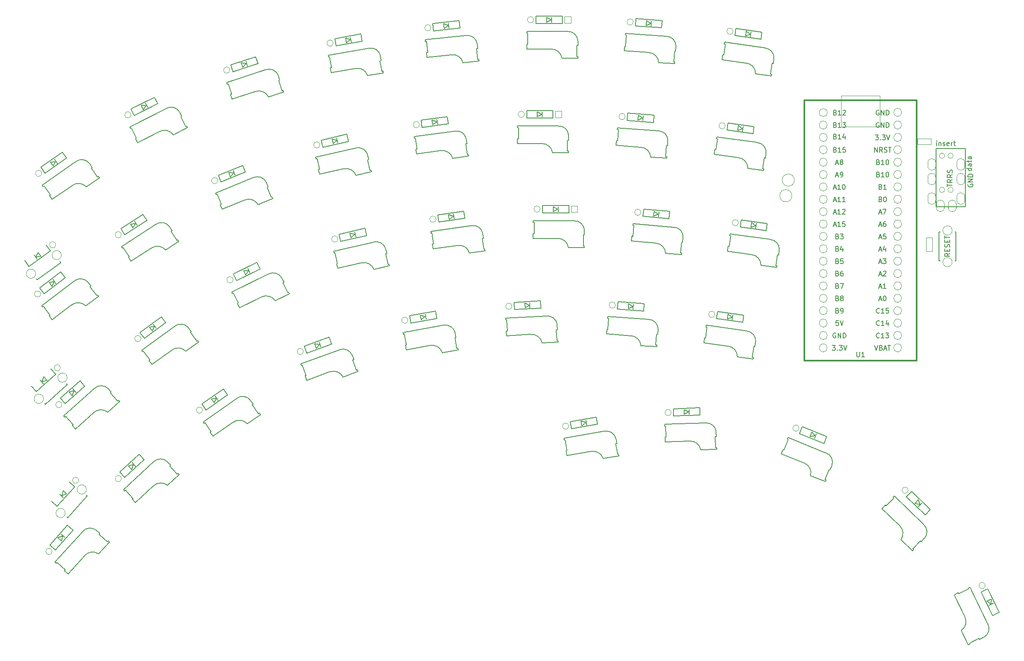
<source format=gto>
G04 #@! TF.GenerationSoftware,KiCad,Pcbnew,(5.1.5)-3*
G04 #@! TF.CreationDate,2020-03-14T18:34:19+09:00*
G04 #@! TF.ProjectId,fan,66616e2e-6b69-4636-9164-5f7063625858,v1.0*
G04 #@! TF.SameCoordinates,Original*
G04 #@! TF.FileFunction,Legend,Top*
G04 #@! TF.FilePolarity,Positive*
%FSLAX46Y46*%
G04 Gerber Fmt 4.6, Leading zero omitted, Abs format (unit mm)*
G04 Created by KiCad (PCBNEW (5.1.5)-3) date 2020-03-14 18:34:19*
%MOMM*%
%LPD*%
G04 APERTURE LIST*
%ADD10C,0.150000*%
%ADD11C,0.120000*%
%ADD12C,0.304800*%
%ADD13C,0.100000*%
G04 APERTURE END LIST*
D10*
X206272000Y-42385000D02*
X212272000Y-42385000D01*
X206272000Y-42385000D02*
X212272000Y-42385000D01*
X212272000Y-54385000D02*
X206272000Y-54385000D01*
X212272000Y-54385000D02*
X206272000Y-54385000D01*
X212272000Y-42385000D02*
X212272000Y-54385000D01*
X206272000Y-54385000D02*
X206272000Y-42385000D01*
X206272000Y-54385000D02*
X206272000Y-42385000D01*
X212272000Y-42385000D02*
X212272000Y-54385000D01*
X152490373Y-97305191D02*
X157887083Y-97116734D01*
X154680308Y-96978565D02*
X154645408Y-95979174D01*
X155562310Y-96447460D02*
X154680308Y-96978565D01*
X155679699Y-96943665D02*
X155644799Y-95944274D01*
X157834734Y-95617648D02*
X152438024Y-95806105D01*
X152438024Y-95806105D02*
X152490373Y-97305191D01*
X154645408Y-95979174D02*
X155562310Y-96447460D01*
X157887083Y-97116734D02*
X157834734Y-95617648D01*
X150774753Y-102618302D02*
X150739853Y-101618911D01*
X150739853Y-101618911D02*
X150939731Y-101611931D01*
X150959719Y-101611233D02*
X150881195Y-99362604D01*
X150861208Y-99363302D02*
X150661329Y-99370282D01*
X161243927Y-101552284D02*
X161044049Y-101559264D01*
X161014067Y-101560311D02*
X161092242Y-103798946D01*
X161122223Y-103797899D02*
X161322102Y-103790919D01*
X161334665Y-104150700D02*
X161322102Y-103790919D01*
X161209027Y-100552893D02*
X161243927Y-101552284D01*
X161334665Y-104150700D02*
X158056664Y-104265170D01*
X155771707Y-102443805D02*
X150774753Y-102618302D01*
X150649115Y-99020495D02*
X159043997Y-98727338D01*
X158052234Y-104243841D02*
G75*
G03X155771707Y-102443805I-2139835J-366373D01*
G01*
X161209029Y-100552892D02*
G75*
G03X159043997Y-98727338I-1995293J-169739D01*
G01*
X150661329Y-99370282D02*
X150649115Y-99020495D01*
X215550094Y-133409629D02*
X217917298Y-138263117D01*
X216739209Y-135277383D02*
X217638003Y-134839012D01*
X217583140Y-135867112D02*
X216739209Y-135277383D01*
X217177580Y-136176177D02*
X218076374Y-135737806D01*
X219265489Y-137605560D02*
X216898285Y-132752072D01*
X216898285Y-132752072D02*
X215550094Y-133409629D01*
X217638003Y-134839012D02*
X217583140Y-135867112D01*
X217917298Y-138263117D02*
X219265489Y-137605560D01*
X209998520Y-134003369D02*
X210897314Y-133564998D01*
X210897314Y-133564998D02*
X210984988Y-133744757D01*
X210993756Y-133762732D02*
X213016042Y-132776397D01*
X213007275Y-132758422D02*
X212919601Y-132578663D01*
X215230573Y-143133847D02*
X215142899Y-142954088D01*
X215129747Y-142927124D02*
X213116449Y-143909075D01*
X213129600Y-143936039D02*
X213217274Y-144115798D01*
X212893708Y-144273612D02*
X213217274Y-144115798D01*
X216129367Y-142695475D02*
X215230573Y-143133847D01*
X212893708Y-144273612D02*
X211455851Y-141325567D01*
X212190376Y-138497339D02*
X209998520Y-134003369D01*
X213234178Y-132425233D02*
X216916497Y-139975102D01*
X211473535Y-141312845D02*
G75*
G03X212190376Y-138497339I-1205048J1805819D01*
G01*
X216129368Y-142695477D02*
G75*
G03X216916497Y-139975102I-966623J1753752D01*
G01*
X212919601Y-132578663D02*
X213234178Y-132425233D01*
X124252648Y-16745937D02*
X129652648Y-16745937D01*
X126452648Y-16495937D02*
X126452648Y-15495937D01*
X127352648Y-15995937D02*
X126452648Y-16495937D01*
X127452648Y-16495937D02*
X127452648Y-15495937D01*
X129652648Y-15245937D02*
X124252648Y-15245937D01*
X124252648Y-15245937D02*
X124252648Y-16745937D01*
X126452648Y-15495937D02*
X127352648Y-15995937D01*
X129652648Y-16745937D02*
X129652648Y-15245937D01*
X122352648Y-21995937D02*
X122352648Y-20995937D01*
X122352648Y-20995937D02*
X122552648Y-20995937D01*
X122572648Y-20995937D02*
X122572648Y-18745937D01*
X122552648Y-18745937D02*
X122352648Y-18745937D01*
X132852648Y-21295937D02*
X132652648Y-21295937D01*
X132622648Y-21295937D02*
X132622648Y-23535937D01*
X132652648Y-23535937D02*
X132852648Y-23535937D01*
X132852648Y-23895937D02*
X132852648Y-23535937D01*
X132852648Y-20295937D02*
X132852648Y-21295937D01*
X132852648Y-23895937D02*
X129572648Y-23895937D01*
X127352648Y-21995937D02*
X122352648Y-21995937D01*
X122352648Y-18395937D02*
X130752648Y-18395936D01*
X129568966Y-23874466D02*
G75*
G03X127352648Y-21995937I-2151318J-291471D01*
G01*
X132852649Y-20295937D02*
G75*
G03X130752648Y-18395936I-2000001J-100000D01*
G01*
X122352648Y-18745937D02*
X122352648Y-18395937D01*
X178311758Y-100902229D02*
X183318551Y-102925105D01*
X180445214Y-101494568D02*
X180819821Y-100567384D01*
X181466983Y-101368122D02*
X180445214Y-101494568D01*
X181372398Y-101869175D02*
X181747005Y-100941991D01*
X183880461Y-101534329D02*
X178873668Y-99511454D01*
X178873668Y-99511454D02*
X178311758Y-100902229D01*
X180819821Y-100567384D02*
X181466983Y-101368122D01*
X183318551Y-102925105D02*
X183880461Y-101534329D01*
X174583424Y-105058192D02*
X174958031Y-104131008D01*
X174958031Y-104131008D02*
X175143467Y-104205930D01*
X175162011Y-104213422D02*
X176004876Y-102127258D01*
X175986332Y-102119766D02*
X175800895Y-102044845D01*
X184581079Y-108342533D02*
X184395642Y-108267611D01*
X184367827Y-108256373D02*
X183528708Y-110333265D01*
X183556524Y-110344503D02*
X183741960Y-110419424D01*
X183607102Y-110753211D02*
X183741960Y-110419424D01*
X184955686Y-107415349D02*
X184581079Y-108342533D01*
X183607102Y-110753211D02*
X180565939Y-109524501D01*
X179219343Y-106931225D02*
X174583424Y-105058192D01*
X175932008Y-101720330D02*
X183720353Y-104867025D01*
X180570568Y-109503214D02*
G75*
G03X179219343Y-106931225I-2103854J535651D01*
G01*
X184955686Y-107415350D02*
G75*
G03X183720353Y-104867025I-1891829J656496D01*
G01*
X175800895Y-102044845D02*
X175932008Y-101720330D01*
X125587651Y-55597930D02*
X130987651Y-55597930D01*
X127787651Y-55347930D02*
X127787651Y-54347930D01*
X128687651Y-54847930D02*
X127787651Y-55347930D01*
X128787651Y-55347930D02*
X128787651Y-54347930D01*
X130987651Y-54097930D02*
X125587651Y-54097930D01*
X125587651Y-54097930D02*
X125587651Y-55597930D01*
X127787651Y-54347930D02*
X128687651Y-54847930D01*
X130987651Y-55597930D02*
X130987651Y-54097930D01*
X123687651Y-60847930D02*
X123687651Y-59847930D01*
X123687651Y-59847930D02*
X123887651Y-59847930D01*
X123907651Y-59847930D02*
X123907651Y-57597930D01*
X123887651Y-57597930D02*
X123687651Y-57597930D01*
X134187651Y-60147930D02*
X133987651Y-60147930D01*
X133957651Y-60147930D02*
X133957651Y-62387930D01*
X133987651Y-62387930D02*
X134187651Y-62387930D01*
X134187651Y-62747930D02*
X134187651Y-62387930D01*
X134187651Y-59147930D02*
X134187651Y-60147930D01*
X134187651Y-62747930D02*
X130907651Y-62747930D01*
X128687651Y-60847930D02*
X123687651Y-60847930D01*
X123687651Y-57247930D02*
X132087651Y-57247929D01*
X130903969Y-62726459D02*
G75*
G03X128687651Y-60847930I-2151318J-291471D01*
G01*
X134187652Y-59147930D02*
G75*
G03X132087651Y-57247929I-2000001J-100000D01*
G01*
X123687651Y-57597930D02*
X123687651Y-57247930D01*
X122352649Y-36145935D02*
X127752649Y-36145935D01*
X124552649Y-35895935D02*
X124552649Y-34895935D01*
X125452649Y-35395935D02*
X124552649Y-35895935D01*
X125552649Y-35895935D02*
X125552649Y-34895935D01*
X127752649Y-34645935D02*
X122352649Y-34645935D01*
X122352649Y-34645935D02*
X122352649Y-36145935D01*
X124552649Y-34895935D02*
X125452649Y-35395935D01*
X127752649Y-36145935D02*
X127752649Y-34645935D01*
X120452649Y-41395935D02*
X120452649Y-40395935D01*
X120452649Y-40395935D02*
X120652649Y-40395935D01*
X120672649Y-40395935D02*
X120672649Y-38145935D01*
X120652649Y-38145935D02*
X120452649Y-38145935D01*
X130952649Y-40695935D02*
X130752649Y-40695935D01*
X130722649Y-40695935D02*
X130722649Y-42935935D01*
X130752649Y-42935935D02*
X130952649Y-42935935D01*
X130952649Y-43295935D02*
X130952649Y-42935935D01*
X130952649Y-39695935D02*
X130952649Y-40695935D01*
X130952649Y-43295935D02*
X127672649Y-43295935D01*
X125452649Y-41395935D02*
X120452649Y-41395935D01*
X120452649Y-37795935D02*
X128852649Y-37795934D01*
X127668967Y-43274464D02*
G75*
G03X125452649Y-41395935I-2151318J-291471D01*
G01*
X130952650Y-39695935D02*
G75*
G03X128852649Y-37795934I-2000001J-100000D01*
G01*
X120452649Y-38145935D02*
X120452649Y-37795935D01*
X146181958Y-56342006D02*
X151561410Y-56812647D01*
X148395375Y-56284700D02*
X148482531Y-55288505D01*
X149335529Y-55865043D02*
X148395375Y-56284700D01*
X149391570Y-56371856D02*
X149478726Y-55375661D01*
X151692143Y-55318355D02*
X146312692Y-54847714D01*
X146312692Y-54847714D02*
X146181958Y-56342006D01*
X148482531Y-55288505D02*
X149335529Y-55865043D01*
X151561410Y-56812647D02*
X151692143Y-55318355D01*
X143831621Y-61406432D02*
X143918776Y-60410238D01*
X143918776Y-60410238D02*
X144118015Y-60427669D01*
X144137939Y-60429412D02*
X144334040Y-58187974D01*
X144314116Y-58186231D02*
X144114877Y-58168800D01*
X154352674Y-61624231D02*
X154153435Y-61606800D01*
X154123549Y-61604186D02*
X153928320Y-63835662D01*
X153958206Y-63838276D02*
X154157445Y-63855708D01*
X154126069Y-64214338D02*
X154157445Y-63855708D01*
X154439830Y-60628037D02*
X154352674Y-61624231D01*
X154126069Y-64214338D02*
X150858550Y-63928467D01*
X148812594Y-61842211D02*
X143831621Y-61406432D01*
X144145381Y-57820132D02*
X152513417Y-58552239D01*
X150856755Y-63906757D02*
G75*
G03X148812594Y-61842211I-2168536J-102862D01*
G01*
X154439831Y-60628037D02*
G75*
G03X152513417Y-58552239I-2001106J74692D01*
G01*
X144114877Y-58168800D02*
X144145381Y-57820132D01*
X25700824Y-124764750D02*
X29314129Y-120751767D01*
X26987125Y-122962548D02*
X26243980Y-122293418D01*
X27217770Y-121959153D02*
X26987125Y-122962548D01*
X27656255Y-122219403D02*
X26913110Y-121550273D01*
X28199412Y-119748072D02*
X24586106Y-123761054D01*
X24586106Y-123761054D02*
X25700824Y-124764750D01*
X26243980Y-122293418D02*
X27217770Y-121959153D01*
X29314129Y-120751767D02*
X28199412Y-119748072D01*
X28330986Y-129689660D02*
X27587841Y-129020530D01*
X27587841Y-129020530D02*
X27721667Y-128871901D01*
X27735050Y-128857038D02*
X26062974Y-127351494D01*
X26049591Y-127366357D02*
X25915765Y-127514986D01*
X34836656Y-121418248D02*
X34702830Y-121566877D01*
X34682756Y-121589172D02*
X36347400Y-123088024D01*
X36367474Y-123065730D02*
X36501300Y-122917101D01*
X36768832Y-123157988D02*
X36501300Y-122917101D01*
X34093511Y-120749118D02*
X34836656Y-121418248D01*
X36768832Y-123157988D02*
X34574084Y-125595503D01*
X31676639Y-125973936D02*
X28330986Y-129689660D01*
X25655664Y-127280790D02*
X31276361Y-121038373D01*
X34555665Y-125583872D02*
G75*
G03X31676639Y-125973936I-1222908J-1793773D01*
G01*
X34093511Y-120749117D02*
G75*
G03X31276361Y-121038373I-1263947J-1553203D01*
G01*
X25915765Y-127514986D02*
X25655664Y-127280790D01*
X200223365Y-113857806D02*
X204107800Y-117608961D01*
X201979577Y-115206220D02*
X202674236Y-114486880D01*
X202974312Y-115471742D02*
X201979577Y-115206220D01*
X202698917Y-115900878D02*
X203393575Y-115181538D01*
X205149788Y-116529952D02*
X201265353Y-112778796D01*
X201265353Y-112778796D02*
X200223365Y-113857806D01*
X202674236Y-114486880D02*
X202974312Y-115471742D01*
X204107800Y-117608961D02*
X205149788Y-116529952D01*
X195209663Y-116314489D02*
X195904321Y-115595149D01*
X195904321Y-115595149D02*
X196048189Y-115734081D01*
X196062576Y-115747974D02*
X197625557Y-114129460D01*
X197611171Y-114115566D02*
X197467303Y-113976635D01*
X203248992Y-123104864D02*
X203105124Y-122965932D01*
X203083544Y-122945093D02*
X201527509Y-124556414D01*
X201549089Y-124577254D02*
X201692957Y-124716185D01*
X201442880Y-124975148D02*
X201692957Y-124716185D01*
X203943650Y-122385524D02*
X203248992Y-123104864D01*
X201442880Y-124975148D02*
X199083445Y-122696668D01*
X198806362Y-119787781D02*
X195209663Y-116314489D01*
X197710433Y-113724866D02*
X203752888Y-119559995D01*
X199095711Y-122678666D02*
G75*
G03X198806362Y-119787781I-1750001J1284765D01*
G01*
X203943652Y-122385525D02*
G75*
G03X203752888Y-119559995I-1508147J1317383D01*
G01*
X197467303Y-113976635D02*
X197710433Y-113724866D01*
X144634717Y-17277688D02*
X150021563Y-17654373D01*
X146846797Y-17181761D02*
X146916553Y-16184197D01*
X147779483Y-16745760D02*
X146846797Y-17181761D01*
X147844361Y-17251518D02*
X147914118Y-16253954D01*
X150126198Y-16158027D02*
X144739352Y-15781342D01*
X144739352Y-15781342D02*
X144634717Y-17277688D01*
X146916553Y-16184197D02*
X147779483Y-16745760D01*
X150021563Y-17654373D02*
X150126198Y-16158027D01*
X142373124Y-22382362D02*
X142442880Y-21384798D01*
X142442880Y-21384798D02*
X142642393Y-21398749D01*
X142662344Y-21400144D02*
X142819296Y-19155625D01*
X142799345Y-19154230D02*
X142599832Y-19140279D01*
X152896376Y-22416510D02*
X152696863Y-22402559D01*
X152666936Y-22400466D02*
X152510682Y-24635010D01*
X152540609Y-24637102D02*
X152740121Y-24651054D01*
X152715009Y-25010177D02*
X152740121Y-24651054D01*
X152966132Y-21418946D02*
X152896376Y-22416510D01*
X152715009Y-25010177D02*
X149442999Y-24781376D01*
X147360944Y-22731144D02*
X142373124Y-22382362D01*
X142624247Y-18791131D02*
X151003785Y-19377085D01*
X149440824Y-24759701D02*
G75*
G03X147360944Y-22731144I-2166410J-140692D01*
G01*
X152966134Y-21418946D02*
G75*
G03X151003785Y-19377085I-2002105J39756D01*
G01*
X142599832Y-19140279D02*
X142624247Y-18791131D01*
X166127103Y-58550456D02*
X171474551Y-59301991D01*
X168340486Y-58609070D02*
X168479659Y-57618802D01*
X169301314Y-58239192D02*
X168340486Y-58609070D01*
X169330754Y-58748243D02*
X169469927Y-57757975D01*
X171683311Y-57816589D02*
X166335863Y-57065054D01*
X166335863Y-57065054D02*
X166127103Y-58550456D01*
X168479659Y-57618802D02*
X169301314Y-58239192D01*
X171474551Y-59301991D02*
X171683311Y-57816589D01*
X163514935Y-63484935D02*
X163654108Y-62494666D01*
X163654108Y-62494666D02*
X163852162Y-62522501D01*
X163871967Y-62525285D02*
X164185107Y-60297181D01*
X164165301Y-60294398D02*
X163967248Y-60266563D01*
X174010171Y-64253064D02*
X173812117Y-64225230D01*
X173782409Y-64221055D02*
X173470662Y-66439255D01*
X173500370Y-66443430D02*
X173698423Y-66471265D01*
X173648321Y-66827761D02*
X173698423Y-66471265D01*
X174149344Y-63262796D02*
X174010171Y-64253064D01*
X173648321Y-66827761D02*
X170400242Y-66371274D01*
X168466276Y-64180800D02*
X163514935Y-63484935D01*
X164015958Y-59919969D02*
X172334210Y-61089023D01*
X170399583Y-66349500D02*
G75*
G03X168466276Y-64180800I-2170946J10772D01*
G01*
X174149345Y-63262796D02*
G75*
G03X172334210Y-61089023I-1994454J179319D01*
G01*
X163967248Y-60266563D02*
X164015958Y-59919969D01*
X161287103Y-77331459D02*
X166634551Y-78082994D01*
X163500486Y-77390073D02*
X163639659Y-76399805D01*
X164461314Y-77020195D02*
X163500486Y-77390073D01*
X164490754Y-77529246D02*
X164629927Y-76538978D01*
X166843311Y-76597592D02*
X161495863Y-75846057D01*
X161495863Y-75846057D02*
X161287103Y-77331459D01*
X163639659Y-76399805D02*
X164461314Y-77020195D01*
X166634551Y-78082994D02*
X166843311Y-76597592D01*
X158674935Y-82265938D02*
X158814108Y-81275669D01*
X158814108Y-81275669D02*
X159012162Y-81303504D01*
X159031967Y-81306288D02*
X159345107Y-79078184D01*
X159325301Y-79075401D02*
X159127248Y-79047566D01*
X169170171Y-83034067D02*
X168972117Y-83006233D01*
X168942409Y-83002058D02*
X168630662Y-85220258D01*
X168660370Y-85224433D02*
X168858423Y-85252268D01*
X168808321Y-85608764D02*
X168858423Y-85252268D01*
X169309344Y-82043799D02*
X169170171Y-83034067D01*
X168808321Y-85608764D02*
X165560242Y-85152277D01*
X163626276Y-82961803D02*
X158674935Y-82265938D01*
X159175958Y-78700972D02*
X167494210Y-79870026D01*
X165559583Y-85130503D02*
G75*
G03X163626276Y-82961803I-2170946J10772D01*
G01*
X169309345Y-82043799D02*
G75*
G03X167494210Y-79870026I-1994454J179319D01*
G01*
X159127248Y-79047566D02*
X159175958Y-78700972D01*
X163427102Y-38650455D02*
X168774550Y-39401990D01*
X165640485Y-38709069D02*
X165779658Y-37718801D01*
X166601313Y-38339191D02*
X165640485Y-38709069D01*
X166630753Y-38848242D02*
X166769926Y-37857974D01*
X168983310Y-37916588D02*
X163635862Y-37165053D01*
X163635862Y-37165053D02*
X163427102Y-38650455D01*
X165779658Y-37718801D02*
X166601313Y-38339191D01*
X168774550Y-39401990D02*
X168983310Y-37916588D01*
X160814934Y-43584934D02*
X160954107Y-42594665D01*
X160954107Y-42594665D02*
X161152161Y-42622500D01*
X161171966Y-42625284D02*
X161485106Y-40397180D01*
X161465300Y-40394397D02*
X161267247Y-40366562D01*
X171310170Y-44353063D02*
X171112116Y-44325229D01*
X171082408Y-44321054D02*
X170770661Y-46539254D01*
X170800369Y-46543429D02*
X170998422Y-46571264D01*
X170948320Y-46927760D02*
X170998422Y-46571264D01*
X171449343Y-43362795D02*
X171310170Y-44353063D01*
X170948320Y-46927760D02*
X167700241Y-46471273D01*
X165766275Y-44280799D02*
X160814934Y-43584934D01*
X161315957Y-40019968D02*
X169634209Y-41189022D01*
X167699582Y-46449499D02*
G75*
G03X165766275Y-44280799I-2170946J10772D01*
G01*
X171449344Y-43362795D02*
G75*
G03X169634209Y-41189022I-1994454J179319D01*
G01*
X161267247Y-40366562D02*
X161315957Y-40019968D01*
X62135405Y-26684065D02*
X67271110Y-25015373D01*
X64150475Y-25766463D02*
X63841458Y-24815407D01*
X64851918Y-25012820D02*
X64150475Y-25766463D01*
X65101532Y-25457446D02*
X64792515Y-24506390D01*
X66807585Y-23588788D02*
X61671880Y-25257480D01*
X61671880Y-25257480D02*
X62135405Y-26684065D01*
X63841458Y-24815407D02*
X64851918Y-25012820D01*
X67271110Y-25015373D02*
X66807585Y-23588788D01*
X61950737Y-32264244D02*
X61641720Y-31313187D01*
X61641720Y-31313187D02*
X61831931Y-31251384D01*
X61850952Y-31245203D02*
X61155664Y-29105326D01*
X61136643Y-29111507D02*
X60946432Y-29173310D01*
X71720519Y-28353826D02*
X71530307Y-28415629D01*
X71501776Y-28424900D02*
X72193974Y-30555266D01*
X72222505Y-30545996D02*
X72412717Y-30484192D01*
X72523963Y-30826573D02*
X72412717Y-30484192D01*
X71411502Y-27402769D02*
X71720519Y-28353826D01*
X72523963Y-30826573D02*
X69404497Y-31840148D01*
X66706020Y-30719159D02*
X61950737Y-32264244D01*
X60838276Y-28840440D02*
X68827150Y-26244696D01*
X69394361Y-31820866D02*
G75*
G03X66706020Y-30719159I-1955956J-941999D01*
G01*
X71411503Y-27402769D02*
G75*
G03X68827150Y-26244696I-1871213J-713140D01*
G01*
X60946432Y-29173310D02*
X60838276Y-28840440D01*
X39953444Y-109940360D02*
X43902754Y-106257568D01*
X41391922Y-108257125D02*
X40709924Y-107525771D01*
X41709141Y-107277649D02*
X41391922Y-108257125D01*
X42123276Y-107575126D02*
X41441277Y-106843773D01*
X42879756Y-105160538D02*
X38930446Y-108843329D01*
X38930446Y-108843329D02*
X39953444Y-109940360D01*
X40709924Y-107525771D02*
X41709141Y-107277649D01*
X43902754Y-106257568D02*
X42879756Y-105160538D01*
X42144363Y-115075763D02*
X41462365Y-114344410D01*
X41462365Y-114344410D02*
X41608635Y-114208010D01*
X41623262Y-114194370D02*
X40088766Y-112548824D01*
X40074139Y-112562464D02*
X39927868Y-112698864D01*
X49346178Y-107402833D02*
X49199907Y-107539233D01*
X49177967Y-107559693D02*
X50705643Y-109197925D01*
X50727583Y-109177465D02*
X50873854Y-109041065D01*
X51119374Y-109304353D02*
X50873854Y-109041065D01*
X48664180Y-106671479D02*
X49346178Y-107402833D01*
X51119374Y-109304353D02*
X48720534Y-111541307D01*
X45801131Y-111665772D02*
X42144363Y-115075763D01*
X39689169Y-112442890D02*
X45832539Y-106714103D01*
X48703197Y-111528115D02*
G75*
G03X45801131Y-111665772I-1374591J-1680364D01*
G01*
X48664180Y-106671478D02*
G75*
G03X45832539Y-106714103I-1394508J-1437133D01*
G01*
X39927868Y-112698864D02*
X39689169Y-112442890D01*
X56602932Y-96074586D02*
X61026353Y-92977273D01*
X58261672Y-94607930D02*
X57688096Y-93788778D01*
X58712121Y-93682135D02*
X58261672Y-94607930D01*
X59080824Y-94034353D02*
X58507248Y-93215201D01*
X60165988Y-91748545D02*
X55742567Y-94845858D01*
X55742567Y-94845858D02*
X56602932Y-96074586D01*
X57688096Y-93788778D02*
X58712121Y-93682135D01*
X61026353Y-92977273D02*
X60165988Y-91748545D01*
X58057819Y-101464929D02*
X57484243Y-100645777D01*
X57484243Y-100645777D02*
X57648073Y-100531062D01*
X57664456Y-100519591D02*
X56373909Y-98676499D01*
X56357526Y-98687970D02*
X56193696Y-98802685D01*
X66257412Y-94868970D02*
X66093582Y-94983686D01*
X66069007Y-95000893D02*
X67353818Y-96835794D01*
X67378393Y-96818586D02*
X67542223Y-96703871D01*
X67748711Y-96998766D02*
X67542223Y-96703871D01*
X65683836Y-94049818D02*
X66257412Y-94868970D01*
X67748711Y-96998766D02*
X65061892Y-98880096D01*
X62153580Y-98597047D02*
X58057819Y-101464929D01*
X55992944Y-98515982D02*
X62873821Y-93697939D01*
X65046561Y-98864622D02*
G75*
G03X62153580Y-98597047I-1595076J-1472703D01*
G01*
X65683836Y-94049818D02*
G75*
G03X62873821Y-93697939I-1580947J-1229068D01*
G01*
X56193696Y-98802685D02*
X55992944Y-98515982D01*
X104333747Y-57512994D02*
X109681195Y-56761459D01*
X106477544Y-56959246D02*
X106338371Y-55968978D01*
X107299198Y-56338856D02*
X106477544Y-56959246D01*
X107467812Y-56820073D02*
X107328639Y-55829805D01*
X109472435Y-55276057D02*
X104124987Y-56027592D01*
X104124987Y-56027592D02*
X104333747Y-57512994D01*
X106338371Y-55968978D02*
X107299198Y-56338856D01*
X109681195Y-56761459D02*
X109472435Y-55276057D01*
X103182897Y-62976330D02*
X103043723Y-61986062D01*
X103043723Y-61986062D02*
X103241777Y-61958227D01*
X103261582Y-61955444D02*
X102948443Y-59727341D01*
X102928638Y-59730124D02*
X102730584Y-59757959D01*
X113483290Y-60821825D02*
X113285237Y-60849659D01*
X113255528Y-60853835D02*
X113567276Y-63072035D01*
X113596984Y-63067860D02*
X113795038Y-63040025D01*
X113845140Y-63396522D02*
X113795038Y-63040025D01*
X113344117Y-59831557D02*
X113483290Y-60821825D01*
X113845140Y-63396522D02*
X110597061Y-63853010D01*
X108134237Y-62280465D02*
X103182897Y-62976330D01*
X102681873Y-59411365D02*
X111000125Y-58242310D01*
X110590427Y-63832260D02*
G75*
G03X108134237Y-62280465I-2089817J-588040D01*
G01*
X113344118Y-59831557D02*
G75*
G03X111000125Y-58242310I-1966620J-377373D01*
G01*
X102730584Y-59757959D02*
X102681873Y-59411365D01*
X62845343Y-69539489D02*
X67698831Y-67172285D01*
X64713097Y-68350374D02*
X64274726Y-67451580D01*
X65302826Y-67506443D02*
X64713097Y-68350374D01*
X65611891Y-67912003D02*
X65173520Y-67013209D01*
X67041274Y-65824094D02*
X62187786Y-68191298D01*
X62187786Y-68191298D02*
X62845343Y-69539489D01*
X64274726Y-67451580D02*
X65302826Y-67506443D01*
X67698831Y-67172285D02*
X67041274Y-65824094D01*
X63439083Y-75091063D02*
X63000712Y-74192269D01*
X63000712Y-74192269D02*
X63180471Y-74104595D01*
X63198446Y-74095827D02*
X62212111Y-72073541D01*
X62194136Y-72082308D02*
X62014377Y-72169982D01*
X72569561Y-69859010D02*
X72389802Y-69946684D01*
X72362838Y-69959836D02*
X73344789Y-71973134D01*
X73371753Y-71959983D02*
X73551512Y-71872309D01*
X73709326Y-72195875D02*
X73551512Y-71872309D01*
X72131189Y-68960216D02*
X72569561Y-69859010D01*
X73709326Y-72195875D02*
X70761281Y-73633732D01*
X67933053Y-72899207D02*
X63439083Y-75091063D01*
X61860947Y-71855405D02*
X69410816Y-68173086D01*
X70748559Y-73616048D02*
G75*
G03X67933053Y-72899207I-1805819J-1205048D01*
G01*
X72131191Y-68960215D02*
G75*
G03X69410816Y-68173086I-1753752J-966623D01*
G01*
X62014377Y-72169982D02*
X61860947Y-71855405D01*
X41901510Y-35670909D02*
X46712945Y-33219360D01*
X43748226Y-34449378D02*
X43294236Y-33558371D01*
X44323137Y-33595283D02*
X43748226Y-34449378D01*
X44639233Y-33995387D02*
X44185243Y-33104381D01*
X46031959Y-31882850D02*
X41220524Y-34334399D01*
X41220524Y-34334399D02*
X41901510Y-35670909D01*
X43294236Y-33558371D02*
X44323137Y-33595283D01*
X46712945Y-33219360D02*
X46031959Y-31882850D01*
X42592047Y-41211275D02*
X42138057Y-40320268D01*
X42138057Y-40320268D02*
X42316258Y-40229470D01*
X42334078Y-40220390D02*
X41312600Y-38215626D01*
X41294780Y-38224705D02*
X41116578Y-38315504D01*
X51629823Y-35820670D02*
X51451621Y-35911468D01*
X51424891Y-35925088D02*
X52441830Y-37920942D01*
X52468560Y-37907323D02*
X52646761Y-37816525D01*
X52810198Y-38137287D02*
X52646761Y-37816525D01*
X51175832Y-34929663D02*
X51629823Y-35820670D01*
X52810198Y-38137287D02*
X49887697Y-39626376D01*
X47047080Y-38941322D02*
X42592047Y-41211275D01*
X40957682Y-38003651D02*
X48442136Y-34190130D01*
X49874669Y-39608916D02*
G75*
G03X47047080Y-38941322I-1784514J-1236381D01*
G01*
X51175833Y-34929663D02*
G75*
G03X48442136Y-34190130I-1736615J-997082D01*
G01*
X41116578Y-38315504D02*
X40957682Y-38003651D01*
X84250004Y-61463753D02*
X89511602Y-60249017D01*
X86337380Y-60725268D02*
X86112429Y-59750898D01*
X87101838Y-60035627D02*
X86337380Y-60725268D01*
X87311750Y-60500317D02*
X87086799Y-59525947D01*
X89174175Y-58787462D02*
X83912577Y-60002198D01*
X83912577Y-60002198D02*
X84250004Y-61463753D01*
X86112429Y-59750898D02*
X87101838Y-60035627D01*
X89511602Y-60249017D02*
X89174175Y-58787462D01*
X83579694Y-67006603D02*
X83354742Y-66032233D01*
X83354742Y-66032233D02*
X83549616Y-65987242D01*
X83569104Y-65982743D02*
X83062964Y-63790411D01*
X83043477Y-63794910D02*
X82848603Y-63839900D01*
X93653113Y-63962558D02*
X93458239Y-64007548D01*
X93429008Y-64014296D02*
X93932899Y-66196885D01*
X93962130Y-66190137D02*
X94157004Y-66145146D01*
X94237986Y-66495920D02*
X94157004Y-66145146D01*
X93428162Y-62988187D02*
X93653113Y-63962558D01*
X94237986Y-66495920D02*
X91042052Y-67233759D01*
X88451544Y-65881847D02*
X83579694Y-67006603D01*
X82769870Y-63498870D02*
X90954578Y-61609281D01*
X91033636Y-67213667D02*
G75*
G03X88451544Y-65881847I-2030614J-767942D01*
G01*
X93428163Y-62988188D02*
G75*
G03X90954578Y-61609281I-1926246J-547339D01*
G01*
X82848603Y-63839900D02*
X82769870Y-63498870D01*
X39947966Y-60128427D02*
X44476787Y-57187376D01*
X41656882Y-58720554D02*
X41112243Y-57881883D01*
X42139366Y-57811043D02*
X41656882Y-58720554D01*
X42495552Y-58175915D02*
X41950913Y-57337244D01*
X43659829Y-55929371D02*
X39131008Y-58870421D01*
X39131008Y-58870421D02*
X39947966Y-60128427D01*
X41112243Y-57881883D02*
X42139366Y-57811043D01*
X44476787Y-57187376D02*
X43659829Y-55929371D01*
X41213847Y-65566262D02*
X40669208Y-64727591D01*
X40669208Y-64727591D02*
X40836942Y-64618663D01*
X40853716Y-64607771D02*
X39628278Y-62720762D01*
X39611505Y-62731655D02*
X39443770Y-62840583D01*
X49638641Y-59260483D02*
X49470907Y-59369410D01*
X49445747Y-59385750D02*
X50665738Y-61264372D01*
X50690898Y-61248032D02*
X50858632Y-61139105D01*
X51054702Y-61441026D02*
X50858632Y-61139105D01*
X49094002Y-58421812D02*
X49638641Y-59260483D01*
X51054702Y-61441026D02*
X48303863Y-63227442D01*
X45407200Y-62843067D02*
X41213847Y-65566262D01*
X39253147Y-62547048D02*
X46297979Y-57972079D01*
X48289081Y-63211440D02*
G75*
G03X45407200Y-62843067I-1645501J-1416140D01*
G01*
X49094003Y-58421811D02*
G75*
G03X46297979Y-57972079I-1622878J-1173146D01*
G01*
X39443770Y-62840583D02*
X39253147Y-62547048D01*
X27738831Y-94788642D02*
X31751814Y-91175337D01*
X29206467Y-93130768D02*
X28537337Y-92387623D01*
X29540732Y-92156978D02*
X29206467Y-93130768D01*
X29949612Y-92461638D02*
X29280482Y-91718493D01*
X30748118Y-90060619D02*
X26735136Y-93673925D01*
X26735136Y-93673925D02*
X27738831Y-94788642D01*
X28537337Y-92387623D02*
X29540732Y-92156978D01*
X31751814Y-91175337D02*
X30748118Y-90060619D01*
X29839792Y-99961500D02*
X29170661Y-99218355D01*
X29170661Y-99218355D02*
X29319290Y-99084529D01*
X29334153Y-99071147D02*
X27828609Y-97399071D01*
X27813746Y-97412454D02*
X27665118Y-97546280D01*
X37174421Y-92415428D02*
X37025792Y-92549254D01*
X37003498Y-92569328D02*
X38502350Y-94233972D01*
X38524645Y-94213898D02*
X38673274Y-94080072D01*
X38914161Y-94347604D02*
X38673274Y-94080072D01*
X36505291Y-91672283D02*
X37174421Y-92415428D01*
X38914161Y-94347604D02*
X36476646Y-96542353D01*
X33555516Y-96615847D02*
X29839792Y-99961500D01*
X27430922Y-97286179D02*
X33673338Y-91665481D01*
X36459543Y-96528860D02*
G75*
G03X33555516Y-96615847I-1403709J-1656118D01*
G01*
X36505291Y-91672282D02*
G75*
G03X33673338Y-91665481I-1419377J-1412576D01*
G01*
X27665118Y-97546280D02*
X27430922Y-97286179D01*
X100930747Y-38101990D02*
X106278195Y-37350455D01*
X103074544Y-37548242D02*
X102935371Y-36557974D01*
X103896198Y-36927852D02*
X103074544Y-37548242D01*
X104064812Y-37409069D02*
X103925639Y-36418801D01*
X106069435Y-35865053D02*
X100721987Y-36616588D01*
X100721987Y-36616588D02*
X100930747Y-38101990D01*
X102935371Y-36557974D02*
X103896198Y-36927852D01*
X106278195Y-37350455D02*
X106069435Y-35865053D01*
X99779897Y-43565326D02*
X99640723Y-42575058D01*
X99640723Y-42575058D02*
X99838777Y-42547223D01*
X99858582Y-42544440D02*
X99545443Y-40316337D01*
X99525638Y-40319120D02*
X99327584Y-40346955D01*
X110080290Y-41410821D02*
X109882237Y-41438655D01*
X109852528Y-41442831D02*
X110164276Y-43661031D01*
X110193984Y-43656856D02*
X110392038Y-43629021D01*
X110442140Y-43985518D02*
X110392038Y-43629021D01*
X109941117Y-40420553D02*
X110080290Y-41410821D01*
X110442140Y-43985518D02*
X107194061Y-44442006D01*
X104731237Y-42869461D02*
X99779897Y-43565326D01*
X99278873Y-40000361D02*
X107597125Y-38831306D01*
X107187427Y-44421256D02*
G75*
G03X104731237Y-42869461I-2089817J-588040D01*
G01*
X109941118Y-40420553D02*
G75*
G03X107597125Y-38831306I-1966620J-377373D01*
G01*
X99327584Y-40346955D02*
X99278873Y-40000361D01*
X59667746Y-49289108D02*
X64674539Y-47266232D01*
X61613899Y-48233178D02*
X61239292Y-47305994D01*
X62261061Y-47432440D02*
X61613899Y-48233178D01*
X62541083Y-47858571D02*
X62166476Y-46931387D01*
X64112629Y-45875457D02*
X59105836Y-47898332D01*
X59105836Y-47898332D02*
X59667746Y-49289108D01*
X61239292Y-47305994D02*
X62261061Y-47432440D01*
X64674539Y-47266232D02*
X64112629Y-45875457D01*
X59872781Y-54868576D02*
X59498175Y-53941392D01*
X59498175Y-53941392D02*
X59683612Y-53866471D01*
X59702155Y-53858978D02*
X58859291Y-51772815D01*
X58840747Y-51780307D02*
X58655310Y-51855228D01*
X69345987Y-50286178D02*
X69160551Y-50361099D01*
X69132735Y-50372337D02*
X69971854Y-52449229D01*
X69999669Y-52437991D02*
X70185106Y-52363070D01*
X70319964Y-52696856D02*
X70185106Y-52363070D01*
X68971381Y-49358994D02*
X69345987Y-50286178D01*
X70319964Y-52696856D02*
X67278801Y-53925565D01*
X64508701Y-52995543D02*
X59872781Y-54868576D01*
X58524198Y-51530714D02*
X66312542Y-48384018D01*
X67267344Y-53907037D02*
G75*
G03X64508701Y-52995543I-1885480J-1076145D01*
G01*
X68971382Y-49358994D02*
G75*
G03X66312542Y-48384018I-1816908J-841932D01*
G01*
X58655310Y-51855228D02*
X58524198Y-51530714D01*
X23404358Y-72197092D02*
X27716990Y-68947290D01*
X25010903Y-70673440D02*
X24409088Y-69874804D01*
X25428767Y-69732488D02*
X25010903Y-70673440D01*
X25809538Y-70071625D02*
X25207723Y-69272989D01*
X26814267Y-67749337D02*
X22501636Y-70999138D01*
X22501636Y-70999138D02*
X23404358Y-72197092D01*
X24409088Y-69874804D02*
X25428767Y-69732488D01*
X27716990Y-68947290D02*
X26814267Y-67749337D01*
X25046480Y-77533377D02*
X24444665Y-76734741D01*
X24444665Y-76734741D02*
X24604392Y-76614378D01*
X24620364Y-76602342D02*
X23266281Y-74805412D01*
X23250308Y-74817448D02*
X23090581Y-74937811D01*
X33010882Y-70655274D02*
X32851155Y-70775637D01*
X32827196Y-70793691D02*
X34175261Y-72582635D01*
X34199220Y-72564581D02*
X34358948Y-72444218D01*
X34575601Y-72731726D02*
X34358948Y-72444218D01*
X32409067Y-69856638D02*
X33010882Y-70655274D01*
X34575601Y-72731726D02*
X31956077Y-74705680D01*
X29039657Y-74524301D02*
X25046480Y-77533377D01*
X22879946Y-74658289D02*
X29588483Y-69603042D01*
X31940216Y-74690748D02*
G75*
G03X29039657Y-74524301I-1542709J-1527475D01*
G01*
X32409067Y-69856638D02*
G75*
G03X29588483Y-69603042I-1537090J-1283494D01*
G01*
X23090581Y-74937811D02*
X22879946Y-74658289D01*
X77245197Y-84388018D02*
X82319537Y-82541109D01*
X79227015Y-83400651D02*
X78884995Y-82460958D01*
X79901729Y-82622986D02*
X79227015Y-83400651D01*
X80166708Y-83058631D02*
X79824688Y-82118938D01*
X81806507Y-81131571D02*
X76732167Y-82978479D01*
X76732167Y-82978479D02*
X77245197Y-84388018D01*
X78884995Y-82460958D02*
X79901729Y-82622986D01*
X82319537Y-82541109D02*
X81806507Y-81131571D01*
X77255387Y-89971243D02*
X76913366Y-89031550D01*
X76913366Y-89031550D02*
X77101305Y-88963146D01*
X77120099Y-88956306D02*
X76350553Y-86841997D01*
X76331760Y-86848838D02*
X76143821Y-86917242D01*
X86882745Y-85722246D02*
X86694806Y-85790650D01*
X86666616Y-85800911D02*
X87432741Y-87905823D01*
X87460932Y-87895562D02*
X87648870Y-87827158D01*
X87771997Y-88165447D02*
X87648870Y-87827158D01*
X86540725Y-84782554D02*
X86882745Y-85722246D01*
X87771997Y-88165447D02*
X84689806Y-89287273D01*
X81953850Y-88261142D02*
X77255387Y-89971243D01*
X76024114Y-86588349D02*
X83917532Y-83715379D01*
X84679002Y-89268358D02*
G75*
G03X81953850Y-88261142I-1921889J-1009686D01*
G01*
X86540726Y-84782553D02*
G75*
G03X83917532Y-83715379I-1845184J-778010D01*
G01*
X76143821Y-86917242D02*
X76024114Y-86588349D01*
X83261070Y-21340122D02*
X88579031Y-20402422D01*
X85384235Y-20711894D02*
X85210586Y-19727086D01*
X86183738Y-20063207D02*
X85384235Y-20711894D01*
X86369042Y-20538246D02*
X86195394Y-19553438D01*
X88318559Y-18925210D02*
X83000597Y-19862910D01*
X83000597Y-19862910D02*
X83261070Y-21340122D01*
X85210586Y-19727086D02*
X86183738Y-20063207D01*
X88579031Y-20402422D02*
X88318559Y-18925210D01*
X82301588Y-26840294D02*
X82127940Y-25855487D01*
X82127940Y-25855487D02*
X82324901Y-25820757D01*
X82344597Y-25817284D02*
X81953889Y-23601467D01*
X81934193Y-23604940D02*
X81737231Y-23639669D01*
X92520515Y-24327623D02*
X92323554Y-24362353D01*
X92294010Y-24367562D02*
X92682982Y-26573532D01*
X92712526Y-26568322D02*
X92909487Y-26533592D01*
X92972001Y-26888123D02*
X92909487Y-26533592D01*
X92346867Y-23342815D02*
X92520515Y-24327623D01*
X92972001Y-26888123D02*
X89741831Y-27457689D01*
X87225627Y-25972053D02*
X82301588Y-26840294D01*
X81676454Y-23294986D02*
X89948839Y-21836341D01*
X89734478Y-27437184D02*
G75*
G03X87225627Y-25972053I-2068022J-660615D01*
G01*
X92346868Y-23342814D02*
G75*
G03X89948839Y-21836341I-1952251J-445778D01*
G01*
X81737231Y-23639669D02*
X81676454Y-23294986D01*
X23608933Y-47486589D02*
X28032354Y-44389276D01*
X25267673Y-46019933D02*
X24694097Y-45200781D01*
X25718122Y-45094138D02*
X25267673Y-46019933D01*
X26086825Y-45446356D02*
X25513249Y-44627204D01*
X27171989Y-43160548D02*
X22748568Y-46257861D01*
X22748568Y-46257861D02*
X23608933Y-47486589D01*
X24694097Y-45200781D02*
X25718122Y-45094138D01*
X28032354Y-44389276D02*
X27171989Y-43160548D01*
X25063820Y-52876932D02*
X24490244Y-52057780D01*
X24490244Y-52057780D02*
X24654074Y-51943065D01*
X24670457Y-51931594D02*
X23379910Y-50088502D01*
X23363527Y-50099973D02*
X23199697Y-50214688D01*
X33263413Y-46280973D02*
X33099583Y-46395689D01*
X33075008Y-46412896D02*
X34359819Y-48247797D01*
X34384394Y-48230589D02*
X34548224Y-48115874D01*
X34754712Y-48410769D02*
X34548224Y-48115874D01*
X32689837Y-45461821D02*
X33263413Y-46280973D01*
X34754712Y-48410769D02*
X32067893Y-50292099D01*
X29159581Y-50009050D02*
X25063820Y-52876932D01*
X22998945Y-49927985D02*
X29879822Y-45109942D01*
X32052562Y-50276625D02*
G75*
G03X29159581Y-50009050I-1595076J-1472703D01*
G01*
X32689837Y-45461821D02*
G75*
G03X29879822Y-45109942I-1580947J-1229068D01*
G01*
X23199697Y-50214688D02*
X22998945Y-49927985D01*
X80566003Y-42164749D02*
X85827601Y-40950013D01*
X82653379Y-41426264D02*
X82428428Y-40451894D01*
X83417837Y-40736623D02*
X82653379Y-41426264D01*
X83627749Y-41201313D02*
X83402798Y-40226943D01*
X85490174Y-39488458D02*
X80228576Y-40703194D01*
X80228576Y-40703194D02*
X80566003Y-42164749D01*
X82428428Y-40451894D02*
X83417837Y-40736623D01*
X85827601Y-40950013D02*
X85490174Y-39488458D01*
X79895693Y-47707599D02*
X79670741Y-46733229D01*
X79670741Y-46733229D02*
X79865615Y-46688238D01*
X79885103Y-46683739D02*
X79378963Y-44491407D01*
X79359476Y-44495906D02*
X79164602Y-44540896D01*
X89969112Y-44663554D02*
X89774238Y-44708544D01*
X89745007Y-44715292D02*
X90248898Y-46897881D01*
X90278129Y-46891133D02*
X90473003Y-46846142D01*
X90553985Y-47196916D02*
X90473003Y-46846142D01*
X89744161Y-43689183D02*
X89969112Y-44663554D01*
X90553985Y-47196916D02*
X87358051Y-47934755D01*
X84767543Y-46582843D02*
X79895693Y-47707599D01*
X79085869Y-44199866D02*
X87270577Y-42310277D01*
X87349635Y-47914663D02*
G75*
G03X84767543Y-46582843I-2030614J-767942D01*
G01*
X89744162Y-43689184D02*
G75*
G03X87270577Y-42310277I-1926246J-547339D01*
G01*
X79164602Y-44540896D02*
X79085869Y-44199866D01*
X103274078Y-18273359D02*
X108644496Y-17708906D01*
X105435894Y-17794766D02*
X105331366Y-16800244D01*
X106278700Y-17203430D02*
X105435894Y-17794766D01*
X106430416Y-17690238D02*
X106325888Y-16695716D01*
X108487704Y-16217123D02*
X103117285Y-16781576D01*
X103117285Y-16781576D02*
X103274078Y-18273359D01*
X105331366Y-16800244D02*
X106278700Y-17203430D01*
X108644496Y-17708906D02*
X108487704Y-16217123D01*
X101933261Y-23693203D02*
X101828732Y-22698681D01*
X101828732Y-22698681D02*
X102027637Y-22677776D01*
X102047527Y-22675685D02*
X101812338Y-20438011D01*
X101792448Y-20440101D02*
X101593543Y-20461007D01*
X112302571Y-21899489D02*
X112103666Y-21920395D01*
X112073831Y-21923531D02*
X112307975Y-24151260D01*
X112337810Y-24148124D02*
X112536715Y-24127218D01*
X112574345Y-24485246D02*
X112536715Y-24127218D01*
X112198042Y-20904967D02*
X112302571Y-21899489D01*
X112574345Y-24485246D02*
X109312313Y-24828099D01*
X106905870Y-23170561D02*
X101933261Y-23693203D01*
X101556958Y-20112924D02*
X109910942Y-19234884D01*
X109306407Y-24807131D02*
G75*
G03X106905870Y-23170561I-2109066J-514748D01*
G01*
X112198043Y-20904967D02*
G75*
G03X109910942Y-19234884I-1978592J-308509D01*
G01*
X101593543Y-20461007D02*
X101556958Y-20112924D01*
X98594070Y-78201123D02*
X103912031Y-77263423D01*
X100717235Y-77572895D02*
X100543586Y-76588087D01*
X101516738Y-76924208D02*
X100717235Y-77572895D01*
X101702042Y-77399247D02*
X101528394Y-76414439D01*
X103651559Y-75786211D02*
X98333597Y-76723911D01*
X98333597Y-76723911D02*
X98594070Y-78201123D01*
X100543586Y-76588087D02*
X101516738Y-76924208D01*
X103912031Y-77263423D02*
X103651559Y-75786211D01*
X97634588Y-83701295D02*
X97460940Y-82716488D01*
X97460940Y-82716488D02*
X97657901Y-82681758D01*
X97677597Y-82678285D02*
X97286889Y-80462468D01*
X97267193Y-80465941D02*
X97070231Y-80500670D01*
X107853515Y-81188624D02*
X107656554Y-81223354D01*
X107627010Y-81228563D02*
X108015982Y-83434533D01*
X108045526Y-83429323D02*
X108242487Y-83394593D01*
X108305001Y-83749124D02*
X108242487Y-83394593D01*
X107679867Y-80203816D02*
X107853515Y-81188624D01*
X108305001Y-83749124D02*
X105074831Y-84318690D01*
X102558627Y-82833054D02*
X97634588Y-83701295D01*
X97009454Y-80155987D02*
X105281839Y-78697342D01*
X105067478Y-84298185D02*
G75*
G03X102558627Y-82833054I-2068022J-660615D01*
G01*
X107679868Y-80203815D02*
G75*
G03X105281839Y-78697342I-1952251J-445778D01*
G01*
X97070231Y-80500670D02*
X97009454Y-80155987D01*
X140969717Y-75370689D02*
X146356563Y-75747374D01*
X143181797Y-75274762D02*
X143251553Y-74277198D01*
X144114483Y-74838761D02*
X143181797Y-75274762D01*
X144179361Y-75344519D02*
X144249118Y-74346955D01*
X146461198Y-74251028D02*
X141074352Y-73874343D01*
X141074352Y-73874343D02*
X140969717Y-75370689D01*
X143251553Y-74277198D02*
X144114483Y-74838761D01*
X146356563Y-75747374D02*
X146461198Y-74251028D01*
X138708124Y-80475363D02*
X138777880Y-79477799D01*
X138777880Y-79477799D02*
X138977393Y-79491750D01*
X138997344Y-79493145D02*
X139154296Y-77248626D01*
X139134345Y-77247231D02*
X138934832Y-77233280D01*
X149231376Y-80509511D02*
X149031863Y-80495560D01*
X149001936Y-80493467D02*
X148845682Y-82728011D01*
X148875609Y-82730103D02*
X149075121Y-82744055D01*
X149050009Y-83103178D02*
X149075121Y-82744055D01*
X149301132Y-79511947D02*
X149231376Y-80509511D01*
X149050009Y-83103178D02*
X145777999Y-82874377D01*
X143695944Y-80824145D02*
X138708124Y-80475363D01*
X138959247Y-76884132D02*
X147338785Y-77470086D01*
X145775824Y-82852702D02*
G75*
G03X143695944Y-80824145I-2166410J-140692D01*
G01*
X149301134Y-79511947D02*
G75*
G03X147338785Y-77470086I-2002105J39756D01*
G01*
X138934832Y-77233280D02*
X138959247Y-76884132D01*
X43958076Y-81365560D02*
X48326768Y-78191520D01*
X45590967Y-79870178D02*
X45003182Y-79061161D01*
X46025190Y-78936663D02*
X45590967Y-79870178D01*
X46399984Y-79282393D02*
X45812199Y-78473376D01*
X47445090Y-76977994D02*
X43076398Y-80152034D01*
X43076398Y-80152034D02*
X43958076Y-81365560D01*
X45003182Y-79061161D02*
X46025190Y-78936663D01*
X48326768Y-78191520D02*
X47445090Y-76977994D01*
X45506816Y-86729691D02*
X44919031Y-85920674D01*
X44919031Y-85920674D02*
X45080834Y-85803117D01*
X45097015Y-85791361D02*
X43774498Y-83971073D01*
X43758317Y-83982829D02*
X43596514Y-84100386D01*
X53590045Y-79991634D02*
X53428241Y-80109191D01*
X53403971Y-80126825D02*
X54720610Y-81939023D01*
X54744880Y-81921389D02*
X54906684Y-81803832D01*
X55118286Y-82095078D02*
X54906684Y-81803832D01*
X53002260Y-79182617D02*
X53590045Y-79991634D01*
X55118286Y-82095078D02*
X52464711Y-84023014D01*
X49551901Y-83790765D02*
X45506816Y-86729691D01*
X43390789Y-83817230D02*
X50186531Y-78879833D01*
X52449112Y-84007808D02*
G75*
G03X49551901Y-83790765I-1569131J-1500318D01*
G01*
X53002260Y-79182616D02*
G75*
G03X50186531Y-78879833I-1559256J-1256473D01*
G01*
X43596514Y-84100386D02*
X43390789Y-83817230D01*
X165027103Y-19250455D02*
X170374551Y-20001990D01*
X167240486Y-19309069D02*
X167379659Y-18318801D01*
X168201314Y-18939191D02*
X167240486Y-19309069D01*
X168230754Y-19448242D02*
X168369927Y-18457974D01*
X170583311Y-18516588D02*
X165235863Y-17765053D01*
X165235863Y-17765053D02*
X165027103Y-19250455D01*
X167379659Y-18318801D02*
X168201314Y-18939191D01*
X170374551Y-20001990D02*
X170583311Y-18516588D01*
X162414935Y-24184934D02*
X162554108Y-23194665D01*
X162554108Y-23194665D02*
X162752162Y-23222500D01*
X162771967Y-23225284D02*
X163085107Y-20997180D01*
X163065301Y-20994397D02*
X162867248Y-20966562D01*
X172910171Y-24953063D02*
X172712117Y-24925229D01*
X172682409Y-24921054D02*
X172370662Y-27139254D01*
X172400370Y-27143429D02*
X172598423Y-27171264D01*
X172548321Y-27527760D02*
X172598423Y-27171264D01*
X173049344Y-23962795D02*
X172910171Y-24953063D01*
X172548321Y-27527760D02*
X169300242Y-27071273D01*
X167366276Y-24880799D02*
X162414935Y-24184934D01*
X162915958Y-20619968D02*
X171234210Y-21789022D01*
X169299583Y-27049499D02*
G75*
G03X167366276Y-24880799I-2170946J10772D01*
G01*
X173049345Y-23962795D02*
G75*
G03X171234210Y-21789022I-1994454J179319D01*
G01*
X162867248Y-20966562D02*
X162915958Y-20619968D01*
X142974717Y-36677688D02*
X148361563Y-37054373D01*
X145186797Y-36581761D02*
X145256553Y-35584197D01*
X146119483Y-36145760D02*
X145186797Y-36581761D01*
X146184361Y-36651518D02*
X146254118Y-35653954D01*
X148466198Y-35558027D02*
X143079352Y-35181342D01*
X143079352Y-35181342D02*
X142974717Y-36677688D01*
X145256553Y-35584197D02*
X146119483Y-36145760D01*
X148361563Y-37054373D02*
X148466198Y-35558027D01*
X140713124Y-41782362D02*
X140782880Y-40784798D01*
X140782880Y-40784798D02*
X140982393Y-40798749D01*
X141002344Y-40800144D02*
X141159296Y-38555625D01*
X141139345Y-38554230D02*
X140939832Y-38540279D01*
X151236376Y-41816510D02*
X151036863Y-41802559D01*
X151006936Y-41800466D02*
X150850682Y-44035010D01*
X150880609Y-44037102D02*
X151080121Y-44051054D01*
X151055009Y-44410177D02*
X151080121Y-44051054D01*
X151306132Y-40818946D02*
X151236376Y-41816510D01*
X151055009Y-44410177D02*
X147782999Y-44181376D01*
X145700944Y-42131144D02*
X140713124Y-41782362D01*
X140964247Y-38191131D02*
X149343785Y-38777085D01*
X147780824Y-44159701D02*
G75*
G03X145700944Y-42131144I-2166410J-140692D01*
G01*
X151306134Y-40818946D02*
G75*
G03X149343785Y-38777085I-2002105J39756D01*
G01*
X140939832Y-38540279D02*
X140964247Y-38191131D01*
X131561142Y-99931915D02*
X136879103Y-98994215D01*
X133684307Y-99303687D02*
X133510658Y-98318879D01*
X134483810Y-98655000D02*
X133684307Y-99303687D01*
X134669114Y-99130039D02*
X134495466Y-98145231D01*
X136618631Y-97517003D02*
X131300669Y-98454703D01*
X131300669Y-98454703D02*
X131561142Y-99931915D01*
X133510658Y-98318879D02*
X134483810Y-98655000D01*
X136879103Y-98994215D02*
X136618631Y-97517003D01*
X130601660Y-105432087D02*
X130428012Y-104447280D01*
X130428012Y-104447280D02*
X130624973Y-104412550D01*
X130644669Y-104409077D02*
X130253961Y-102193260D01*
X130234265Y-102196733D02*
X130037303Y-102231462D01*
X140820587Y-102919416D02*
X140623626Y-102954146D01*
X140594082Y-102959355D02*
X140983054Y-105165325D01*
X141012598Y-105160115D02*
X141209559Y-105125385D01*
X141272073Y-105479916D02*
X141209559Y-105125385D01*
X140646939Y-101934608D02*
X140820587Y-102919416D01*
X141272073Y-105479916D02*
X138041903Y-106049482D01*
X135525699Y-104563846D02*
X130601660Y-105432087D01*
X129976526Y-101886779D02*
X138248911Y-100428134D01*
X138034550Y-106028977D02*
G75*
G03X135525699Y-104563846I-2068022J-660615D01*
G01*
X140646940Y-101934607D02*
G75*
G03X138248911Y-100428134I-1952251J-445778D01*
G01*
X130037303Y-102231462D02*
X129976526Y-101886779D01*
X119839575Y-75479547D02*
X125232174Y-75196933D01*
X122023476Y-75114751D02*
X121971140Y-74116121D01*
X122896074Y-74568334D02*
X122023476Y-75114751D01*
X123022105Y-75062415D02*
X122969769Y-74063785D01*
X125153670Y-73698989D02*
X119761071Y-73981603D01*
X119761071Y-73981603D02*
X119839575Y-75479547D01*
X121971140Y-74116121D02*
X122896074Y-74568334D01*
X125232174Y-75196933D02*
X125153670Y-73698989D01*
X118216942Y-80821791D02*
X118164606Y-79823161D01*
X118164606Y-79823161D02*
X118364332Y-79812694D01*
X118384305Y-79811647D02*
X118266549Y-77564731D01*
X118246576Y-77565778D02*
X118046850Y-77576245D01*
X128665917Y-79573223D02*
X128466191Y-79583690D01*
X128436232Y-79585260D02*
X128553465Y-81822190D01*
X128583424Y-81820620D02*
X128783150Y-81810153D01*
X128801991Y-82169659D02*
X128783150Y-81810153D01*
X128613581Y-78574593D02*
X128665917Y-79573223D01*
X128801991Y-82169659D02*
X125526486Y-82341321D01*
X123210090Y-80560111D02*
X118216942Y-80821791D01*
X118028533Y-77226724D02*
X126417021Y-76787101D01*
X125521685Y-82320072D02*
G75*
G03X123210090Y-80560111I-2133115J-403663D01*
G01*
X128613583Y-78574593D02*
G75*
G03X126417021Y-76787101I-1992027J-204535D01*
G01*
X118046850Y-77576245D02*
X118028533Y-77226724D01*
X210402000Y-65485000D02*
X210402000Y-59485000D01*
X210402000Y-59485000D02*
X210152000Y-59485000D01*
X210402000Y-65485000D02*
X210152000Y-65485000D01*
X206902000Y-65485000D02*
X207152000Y-65485000D01*
X206902000Y-65485000D02*
X206902000Y-59485000D01*
X206902000Y-59485000D02*
X207152000Y-59485000D01*
X22170138Y-63717694D02*
X22757924Y-64526711D01*
X21361121Y-64305480D02*
X21948907Y-65114497D01*
X24684707Y-63435838D02*
X23803029Y-62222313D01*
X21735916Y-64651210D02*
X22170138Y-63717694D01*
X19434338Y-65396353D02*
X20316015Y-66609879D01*
X22757924Y-64526711D02*
X21735916Y-64651210D01*
X20316015Y-66609879D02*
X24684707Y-63435838D01*
X21954223Y-69375068D02*
X21807277Y-69172814D01*
X26808325Y-65848357D02*
X21954223Y-69375068D01*
X26808325Y-65848357D02*
X26661379Y-65646103D01*
X23317568Y-89254878D02*
X23986698Y-89998022D01*
X22574423Y-89924008D02*
X23243554Y-90667153D01*
X25788900Y-88711721D02*
X24785204Y-87597004D01*
X22983303Y-90228668D02*
X23317568Y-89254878D01*
X20772222Y-91210309D02*
X21775918Y-92325027D01*
X23986698Y-89998022D02*
X22983303Y-90228668D01*
X21775918Y-92325027D02*
X25788900Y-88711721D01*
X23694192Y-94903829D02*
X23526909Y-94718043D01*
X28153061Y-90889046D02*
X23694192Y-94903829D01*
X28153061Y-90889046D02*
X27985778Y-90703259D01*
X27280723Y-112617709D02*
X28023868Y-113286840D01*
X26611593Y-113360854D02*
X27354737Y-114029984D01*
X29681742Y-111819204D02*
X28567024Y-110815508D01*
X27050078Y-113621105D02*
X27280723Y-112617709D01*
X24953719Y-114828490D02*
X26068436Y-115832186D01*
X28023868Y-113286840D02*
X27050078Y-113621105D01*
X26068436Y-115832186D02*
X29681742Y-111819204D01*
X28245761Y-118196347D02*
X28059974Y-118029064D01*
X32260544Y-113737478D02*
X28245761Y-118196347D01*
X32260544Y-113737478D02*
X32074758Y-113570195D01*
D11*
X202502000Y-40385000D02*
X205302000Y-40385000D01*
X205302000Y-40385000D02*
X205302000Y-41585000D01*
X205302000Y-41585000D02*
X202502000Y-41585000D01*
X202502000Y-41585000D02*
X202502000Y-40385000D01*
X204302000Y-60735000D02*
X205502000Y-60735000D01*
X204302000Y-63535000D02*
X204302000Y-60735000D01*
X205502000Y-63535000D02*
X204302000Y-63535000D01*
X205502000Y-60735000D02*
X205502000Y-63535000D01*
X177250999Y-48900000D02*
G75*
G03X177250999Y-48900000I-1250999J0D01*
G01*
X176750999Y-52100000D02*
G75*
G03X176750999Y-52100000I-1250999J0D01*
G01*
D12*
X202295000Y-32510000D02*
X202295000Y-85910000D01*
X179295000Y-32510000D02*
X202295000Y-32510000D01*
X179295000Y-85910000D02*
X179295000Y-32510000D01*
D11*
X186800000Y-37894000D02*
X186800000Y-31544000D01*
D12*
X202295000Y-85910000D02*
X179295000Y-85910000D01*
D11*
X194800000Y-37894000D02*
X194800000Y-31544000D01*
X186800000Y-31544000D02*
X194800000Y-31544000D01*
X186800000Y-37894000D02*
X194800000Y-37894000D01*
D13*
X206372000Y-53785000D02*
X206372000Y-54585000D01*
X207972000Y-53785000D02*
X207972000Y-54585000D01*
X206372000Y-54585000D02*
G75*
G03X207972000Y-54585000I800000J0D01*
G01*
X207972000Y-53785000D02*
G75*
G03X206372000Y-53785000I-800000J0D01*
G01*
X204622000Y-45285000D02*
X204622000Y-46085000D01*
X206222000Y-45285000D02*
X206222000Y-46085000D01*
X204622000Y-46085000D02*
G75*
G03X206222000Y-46085000I800000J0D01*
G01*
X206222000Y-45285000D02*
G75*
G03X204622000Y-45285000I-800000J0D01*
G01*
X208822000Y-53785000D02*
X208822000Y-54585000D01*
X210422000Y-53785000D02*
X210422000Y-54585000D01*
X208822000Y-54585000D02*
G75*
G03X210422000Y-54585000I800000J0D01*
G01*
X210422000Y-53785000D02*
G75*
G03X208822000Y-53785000I-800000J0D01*
G01*
X208072000Y-50885000D02*
G75*
G03X208072000Y-50885000I-550000J0D01*
G01*
X210572000Y-52285000D02*
X210572000Y-53085000D01*
X212172000Y-52285000D02*
X212172000Y-53085000D01*
X210572000Y-53085000D02*
G75*
G03X212172000Y-53085000I800000J0D01*
G01*
X212172000Y-52285000D02*
G75*
G03X210572000Y-52285000I-800000J0D01*
G01*
X210572000Y-48285000D02*
X210572000Y-49085000D01*
X212172000Y-48285000D02*
X212172000Y-49085000D01*
X210572000Y-49085000D02*
G75*
G03X212172000Y-49085000I800000J0D01*
G01*
X212172000Y-48285000D02*
G75*
G03X210572000Y-48285000I-800000J0D01*
G01*
X209822000Y-50885000D02*
G75*
G03X209822000Y-50885000I-550000J0D01*
G01*
X208822000Y-53785000D02*
X208822000Y-54585000D01*
X210422000Y-53785000D02*
X210422000Y-54585000D01*
X208822000Y-54585000D02*
G75*
G03X210422000Y-54585000I800000J0D01*
G01*
X210422000Y-53785000D02*
G75*
G03X208822000Y-53785000I-800000J0D01*
G01*
X204622000Y-52285000D02*
X204622000Y-53085000D01*
X206222000Y-52285000D02*
X206222000Y-53085000D01*
X204622000Y-53085000D02*
G75*
G03X206222000Y-53085000I800000J0D01*
G01*
X206222000Y-52285000D02*
G75*
G03X204622000Y-52285000I-800000J0D01*
G01*
X210572000Y-52285000D02*
X210572000Y-53085000D01*
X212172000Y-52285000D02*
X212172000Y-53085000D01*
X210572000Y-53085000D02*
G75*
G03X212172000Y-53085000I800000J0D01*
G01*
X212172000Y-52285000D02*
G75*
G03X210572000Y-52285000I-800000J0D01*
G01*
X210572000Y-45285000D02*
X210572000Y-46085000D01*
X212172000Y-45285000D02*
X212172000Y-46085000D01*
X210572000Y-46085000D02*
G75*
G03X212172000Y-46085000I800000J0D01*
G01*
X212172000Y-45285000D02*
G75*
G03X210572000Y-45285000I-800000J0D01*
G01*
X209822000Y-43885000D02*
G75*
G03X209822000Y-43885000I-550000J0D01*
G01*
X208072000Y-43885000D02*
G75*
G03X208072000Y-43885000I-550000J0D01*
G01*
X208072000Y-50885000D02*
G75*
G03X208072000Y-50885000I-550000J0D01*
G01*
X204622000Y-45285000D02*
X204622000Y-46085000D01*
X206222000Y-45285000D02*
X206222000Y-46085000D01*
X204622000Y-46085000D02*
G75*
G03X206222000Y-46085000I800000J0D01*
G01*
X206222000Y-45285000D02*
G75*
G03X204622000Y-45285000I-800000J0D01*
G01*
X210572000Y-45285000D02*
X210572000Y-46085000D01*
X212172000Y-45285000D02*
X212172000Y-46085000D01*
X210572000Y-46085000D02*
G75*
G03X212172000Y-46085000I800000J0D01*
G01*
X212172000Y-45285000D02*
G75*
G03X210572000Y-45285000I-800000J0D01*
G01*
X206372000Y-53785000D02*
X206372000Y-54585000D01*
X207972000Y-53785000D02*
X207972000Y-54585000D01*
X206372000Y-54585000D02*
G75*
G03X207972000Y-54585000I800000J0D01*
G01*
X207972000Y-53785000D02*
G75*
G03X206372000Y-53785000I-800000J0D01*
G01*
X204622000Y-48285000D02*
X204622000Y-49085000D01*
X206222000Y-48285000D02*
X206222000Y-49085000D01*
X204622000Y-49085000D02*
G75*
G03X206222000Y-49085000I800000J0D01*
G01*
X206222000Y-48285000D02*
G75*
G03X204622000Y-48285000I-800000J0D01*
G01*
X210572000Y-48285000D02*
X210572000Y-49085000D01*
X212172000Y-48285000D02*
X212172000Y-49085000D01*
X210572000Y-49085000D02*
G75*
G03X212172000Y-49085000I800000J0D01*
G01*
X212172000Y-48285000D02*
G75*
G03X210572000Y-48285000I-800000J0D01*
G01*
X204622000Y-52285000D02*
X204622000Y-53085000D01*
X206222000Y-52285000D02*
X206222000Y-53085000D01*
X204622000Y-53085000D02*
G75*
G03X206222000Y-53085000I800000J0D01*
G01*
X206222000Y-52285000D02*
G75*
G03X204622000Y-52285000I-800000J0D01*
G01*
X209822000Y-50885000D02*
G75*
G03X209822000Y-50885000I-550000J0D01*
G01*
X204622000Y-48285000D02*
X204622000Y-49085000D01*
X206222000Y-48285000D02*
X206222000Y-49085000D01*
X204622000Y-49085000D02*
G75*
G03X206222000Y-49085000I800000J0D01*
G01*
X206222000Y-48285000D02*
G75*
G03X204622000Y-48285000I-800000J0D01*
G01*
X209822000Y-43885000D02*
G75*
G03X209822000Y-43885000I-550000J0D01*
G01*
X208072000Y-43885000D02*
G75*
G03X208072000Y-43885000I-550000J0D01*
G01*
X152003374Y-96594387D02*
G75*
G03X152003374Y-96594387I-648500J0D01*
G01*
X216386097Y-132083189D02*
G75*
G03X216386097Y-132083189I-648500J0D01*
G01*
X130114148Y-15347437D02*
X130114148Y-16644437D01*
X131411148Y-16644437D01*
X131411148Y-15347437D01*
X130114148Y-15347437D01*
X123791148Y-15995937D02*
G75*
G03X123791148Y-15995937I-648500J0D01*
G01*
X178212039Y-99791028D02*
G75*
G03X178212039Y-99791028I-648500J0D01*
G01*
X131449151Y-54199430D02*
X131449151Y-55496430D01*
X132746151Y-55496430D01*
X132746151Y-54199430D01*
X131449151Y-54199430D01*
X125126151Y-54847930D02*
G75*
G03X125126151Y-54847930I-648500J0D01*
G01*
X128214149Y-34747435D02*
X128214149Y-36044435D01*
X129511149Y-36044435D01*
X129511149Y-34747435D01*
X128214149Y-34747435D01*
X121891149Y-35395935D02*
G75*
G03X121891149Y-35395935I-648500J0D01*
G01*
X145790049Y-55498117D02*
G75*
G03X145790049Y-55498117I-648500J0D01*
G01*
X25049230Y-125087792D02*
G75*
G03X25049230Y-125087792I-648500J0D01*
G01*
X200594392Y-112547230D02*
G75*
G03X200594392Y-112547230I-648500J0D01*
G01*
X144228238Y-16452085D02*
G75*
G03X144228238Y-16452085I-648500J0D01*
G01*
X165780786Y-57653273D02*
G75*
G03X165780786Y-57653273I-648500J0D01*
G01*
X160940786Y-76434276D02*
G75*
G03X160940786Y-76434276I-648500J0D01*
G01*
X163080785Y-37753272D02*
G75*
G03X163080785Y-37753272I-648500J0D01*
G01*
X61496470Y-26313781D02*
G75*
G03X61496470Y-26313781I-648500J0D01*
G01*
X39278642Y-110148862D02*
G75*
G03X39278642Y-110148862I-648500J0D01*
G01*
X55911991Y-96096892D02*
G75*
G03X55911991Y-96096892I-648500J0D01*
G01*
X103778670Y-56924775D02*
G75*
G03X103778670Y-56924775I-648500J0D01*
G01*
X62167403Y-69351986D02*
G75*
G03X62167403Y-69351986I-648500J0D01*
G01*
X41220500Y-35506583D02*
G75*
G03X41220500Y-35506583I-648500J0D01*
G01*
X83648240Y-60982671D02*
G75*
G03X83648240Y-60982671I-648500J0D01*
G01*
X39257063Y-60103974D02*
G75*
G03X39257063Y-60103974I-648500J0D01*
G01*
X27060593Y-94974018D02*
G75*
G03X27060593Y-94974018I-648500J0D01*
G01*
X100375670Y-37513771D02*
G75*
G03X100375670Y-37513771I-648500J0D01*
G01*
X59006117Y-49009533D02*
G75*
G03X59006117Y-49009533I-648500J0D01*
G01*
X22715011Y-72266130D02*
G75*
G03X22715011Y-72266130I-648500J0D01*
G01*
X76594123Y-84062891D02*
G75*
G03X76594123Y-84062891I-648500J0D01*
G01*
X82686197Y-20794266D02*
G75*
G03X82686197Y-20794266I-648500J0D01*
G01*
X22917992Y-47508895D02*
G75*
G03X22917992Y-47508895I-648500J0D01*
G01*
X79964239Y-41683667D02*
G75*
G03X79964239Y-41683667I-648500J0D01*
G01*
X102740262Y-17643494D02*
G75*
G03X102740262Y-17643494I-648500J0D01*
G01*
X98019197Y-77655267D02*
G75*
G03X98019197Y-77655267I-648500J0D01*
G01*
X140563238Y-74545086D02*
G75*
G03X140563238Y-74545086I-648500J0D01*
G01*
X43267728Y-81411239D02*
G75*
G03X43267728Y-81411239I-648500J0D01*
G01*
X164680786Y-18353272D02*
G75*
G03X164680786Y-18353272I-648500J0D01*
G01*
X142568238Y-35852085D02*
G75*
G03X142568238Y-35852085I-648500J0D01*
G01*
X130986269Y-99386059D02*
G75*
G03X130986269Y-99386059I-648500J0D01*
G01*
X119340344Y-74788668D02*
G75*
G03X119340344Y-74788668I-648500J0D01*
G01*
X209602000Y-59235000D02*
G75*
G03X209602000Y-59235000I-950000J0D01*
G01*
X209602000Y-65735000D02*
G75*
G03X209602000Y-65735000I-950000J0D01*
G01*
X25790377Y-62176634D02*
G75*
G03X25790377Y-62176634I-648500J0D01*
G01*
X26931955Y-64285631D02*
G75*
G03X26931955Y-64285631I-950000J0D01*
G01*
X21673345Y-68106235D02*
G75*
G03X21673345Y-68106235I-950000J0D01*
G01*
X26760442Y-87411628D02*
G75*
G03X26760442Y-87411628I-648500J0D01*
G01*
X28117869Y-89421260D02*
G75*
G03X28117869Y-89421260I-950000J0D01*
G01*
X23287427Y-93770608D02*
G75*
G03X23287427Y-93770608I-950000J0D01*
G01*
X30515618Y-110492465D02*
G75*
G03X30515618Y-110492465I-648500J0D01*
G01*
X32077323Y-112380713D02*
G75*
G03X32077323Y-112380713I-950000J0D01*
G01*
X27727975Y-117211155D02*
G75*
G03X27727975Y-117211155I-950000J0D01*
G01*
X198425000Y-56182800D02*
X198425000Y-56182800D01*
X198425000Y-54555600D02*
X198425000Y-54555600D01*
X198425000Y-56182800D02*
G75*
G03X198425000Y-54555600I0J813600D01*
G01*
X198425000Y-54555600D02*
G75*
G03X198425000Y-56182800I0J-813600D01*
G01*
X198425000Y-76502800D02*
X198425000Y-76502800D01*
X198425000Y-74875600D02*
X198425000Y-74875600D01*
X198425000Y-76502800D02*
G75*
G03X198425000Y-74875600I0J813600D01*
G01*
X198425000Y-74875600D02*
G75*
G03X198425000Y-76502800I0J-813600D01*
G01*
X198425000Y-61262800D02*
X198425000Y-61262800D01*
X198425000Y-59635600D02*
X198425000Y-59635600D01*
X198425000Y-61262800D02*
G75*
G03X198425000Y-59635600I0J813600D01*
G01*
X198425000Y-59635600D02*
G75*
G03X198425000Y-61262800I0J-813600D01*
G01*
X198425000Y-43482800D02*
X198425000Y-43482800D01*
X198425000Y-41855600D02*
X198425000Y-41855600D01*
X198425000Y-43482800D02*
G75*
G03X198425000Y-41855600I0J813600D01*
G01*
X198425000Y-41855600D02*
G75*
G03X198425000Y-43482800I0J-813600D01*
G01*
X183175000Y-62175600D02*
X183175000Y-62175600D01*
X183175000Y-63802800D02*
X183175000Y-63802800D01*
X183175000Y-62175600D02*
G75*
G03X183175000Y-63802800I0J-813600D01*
G01*
X183175000Y-63802800D02*
G75*
G03X183175000Y-62175600I0J813600D01*
G01*
X183175000Y-36775600D02*
X183175000Y-36775600D01*
X183175000Y-38402800D02*
X183175000Y-38402800D01*
X183175000Y-36775600D02*
G75*
G03X183175000Y-38402800I0J-813600D01*
G01*
X183175000Y-38402800D02*
G75*
G03X183175000Y-36775600I0J813600D01*
G01*
X198425000Y-46022800D02*
X198425000Y-46022800D01*
X198425000Y-44395600D02*
X198425000Y-44395600D01*
X198425000Y-46022800D02*
G75*
G03X198425000Y-44395600I0J813600D01*
G01*
X198425000Y-44395600D02*
G75*
G03X198425000Y-46022800I0J-813600D01*
G01*
X183175000Y-69795600D02*
X183175000Y-69795600D01*
X183175000Y-71422800D02*
X183175000Y-71422800D01*
X183175000Y-69795600D02*
G75*
G03X183175000Y-71422800I0J-813600D01*
G01*
X183175000Y-71422800D02*
G75*
G03X183175000Y-69795600I0J813600D01*
G01*
X198425000Y-73962800D02*
X198425000Y-73962800D01*
X198425000Y-72335600D02*
X198425000Y-72335600D01*
X198425000Y-73962800D02*
G75*
G03X198425000Y-72335600I0J813600D01*
G01*
X198425000Y-72335600D02*
G75*
G03X198425000Y-73962800I0J-813600D01*
G01*
X198425000Y-81582800D02*
X198425000Y-81582800D01*
X198425000Y-79955600D02*
X198425000Y-79955600D01*
X198425000Y-81582800D02*
G75*
G03X198425000Y-79955600I0J813600D01*
G01*
X198425000Y-79955600D02*
G75*
G03X198425000Y-81582800I0J-813600D01*
G01*
X198425000Y-38402800D02*
X198425000Y-38402800D01*
X198425000Y-36775600D02*
X198425000Y-36775600D01*
X198425000Y-38402800D02*
G75*
G03X198425000Y-36775600I0J813600D01*
G01*
X198425000Y-36775600D02*
G75*
G03X198425000Y-38402800I0J-813600D01*
G01*
X183988600Y-35049200D02*
G75*
G03X183988600Y-35049200I-813600J0D01*
G01*
X183175000Y-67255600D02*
X183175000Y-67255600D01*
X183175000Y-68882800D02*
X183175000Y-68882800D01*
X183175000Y-67255600D02*
G75*
G03X183175000Y-68882800I0J-813600D01*
G01*
X183175000Y-68882800D02*
G75*
G03X183175000Y-67255600I0J813600D01*
G01*
X198425000Y-68882800D02*
X198425000Y-68882800D01*
X198425000Y-67255600D02*
X198425000Y-67255600D01*
X198425000Y-68882800D02*
G75*
G03X198425000Y-67255600I0J813600D01*
G01*
X198425000Y-67255600D02*
G75*
G03X198425000Y-68882800I0J-813600D01*
G01*
X183175000Y-72335600D02*
X183175000Y-72335600D01*
X183175000Y-73962800D02*
X183175000Y-73962800D01*
X183175000Y-72335600D02*
G75*
G03X183175000Y-73962800I0J-813600D01*
G01*
X183175000Y-73962800D02*
G75*
G03X183175000Y-72335600I0J813600D01*
G01*
X183175000Y-52015600D02*
X183175000Y-52015600D01*
X183175000Y-53642800D02*
X183175000Y-53642800D01*
X183175000Y-52015600D02*
G75*
G03X183175000Y-53642800I0J-813600D01*
G01*
X183175000Y-53642800D02*
G75*
G03X183175000Y-52015600I0J813600D01*
G01*
X183175000Y-79955600D02*
X183175000Y-79955600D01*
X183175000Y-81582800D02*
X183175000Y-81582800D01*
X183175000Y-79955600D02*
G75*
G03X183175000Y-81582800I0J-813600D01*
G01*
X183175000Y-81582800D02*
G75*
G03X183175000Y-79955600I0J813600D01*
G01*
X183175000Y-46935600D02*
X183175000Y-46935600D01*
X183175000Y-48562800D02*
X183175000Y-48562800D01*
X183175000Y-46935600D02*
G75*
G03X183175000Y-48562800I0J-813600D01*
G01*
X183175000Y-48562800D02*
G75*
G03X183175000Y-46935600I0J813600D01*
G01*
X198425000Y-40942800D02*
X198425000Y-40942800D01*
X198425000Y-39315600D02*
X198425000Y-39315600D01*
X198425000Y-40942800D02*
G75*
G03X198425000Y-39315600I0J813600D01*
G01*
X198425000Y-39315600D02*
G75*
G03X198425000Y-40942800I0J-813600D01*
G01*
X198425000Y-63802800D02*
X198425000Y-63802800D01*
X198425000Y-62175600D02*
X198425000Y-62175600D01*
X198425000Y-63802800D02*
G75*
G03X198425000Y-62175600I0J813600D01*
G01*
X198425000Y-62175600D02*
G75*
G03X198425000Y-63802800I0J-813600D01*
G01*
X183175000Y-44395600D02*
X183175000Y-44395600D01*
X183175000Y-46022800D02*
X183175000Y-46022800D01*
X183175000Y-44395600D02*
G75*
G03X183175000Y-46022800I0J-813600D01*
G01*
X183175000Y-46022800D02*
G75*
G03X183175000Y-44395600I0J813600D01*
G01*
X183175000Y-64715600D02*
X183175000Y-64715600D01*
X183175000Y-66342800D02*
X183175000Y-66342800D01*
X183175000Y-64715600D02*
G75*
G03X183175000Y-66342800I0J-813600D01*
G01*
X183175000Y-66342800D02*
G75*
G03X183175000Y-64715600I0J813600D01*
G01*
X183175000Y-41855600D02*
X183175000Y-41855600D01*
X183175000Y-43482800D02*
X183175000Y-43482800D01*
X183175000Y-41855600D02*
G75*
G03X183175000Y-43482800I0J-813600D01*
G01*
X183175000Y-43482800D02*
G75*
G03X183175000Y-41855600I0J813600D01*
G01*
X198425000Y-66342800D02*
X198425000Y-66342800D01*
X198425000Y-64715600D02*
X198425000Y-64715600D01*
X198425000Y-66342800D02*
G75*
G03X198425000Y-64715600I0J813600D01*
G01*
X198425000Y-64715600D02*
G75*
G03X198425000Y-66342800I0J-813600D01*
G01*
X183175000Y-57095600D02*
X183175000Y-57095600D01*
X183175000Y-58722800D02*
X183175000Y-58722800D01*
X183175000Y-57095600D02*
G75*
G03X183175000Y-58722800I0J-813600D01*
G01*
X183175000Y-58722800D02*
G75*
G03X183175000Y-57095600I0J813600D01*
G01*
X198425000Y-84122800D02*
X198425000Y-84122800D01*
X198425000Y-82495600D02*
X198425000Y-82495600D01*
X198425000Y-84122800D02*
G75*
G03X198425000Y-82495600I0J813600D01*
G01*
X198425000Y-82495600D02*
G75*
G03X198425000Y-84122800I0J-813600D01*
G01*
X198425000Y-79042800D02*
X198425000Y-79042800D01*
X198425000Y-77415600D02*
X198425000Y-77415600D01*
X198425000Y-79042800D02*
G75*
G03X198425000Y-77415600I0J813600D01*
G01*
X198425000Y-77415600D02*
G75*
G03X198425000Y-79042800I0J-813600D01*
G01*
X183175000Y-77415600D02*
X183175000Y-77415600D01*
X183175000Y-79042800D02*
X183175000Y-79042800D01*
X183175000Y-77415600D02*
G75*
G03X183175000Y-79042800I0J-813600D01*
G01*
X183175000Y-79042800D02*
G75*
G03X183175000Y-77415600I0J813600D01*
G01*
X183175000Y-49475600D02*
X183175000Y-49475600D01*
X183175000Y-51102800D02*
X183175000Y-51102800D01*
X183175000Y-49475600D02*
G75*
G03X183175000Y-51102800I0J-813600D01*
G01*
X183175000Y-51102800D02*
G75*
G03X183175000Y-49475600I0J813600D01*
G01*
X198425000Y-53642800D02*
X198425000Y-53642800D01*
X198425000Y-52015600D02*
X198425000Y-52015600D01*
X198425000Y-53642800D02*
G75*
G03X198425000Y-52015600I0J813600D01*
G01*
X198425000Y-52015600D02*
G75*
G03X198425000Y-53642800I0J-813600D01*
G01*
X183175000Y-82495600D02*
X183175000Y-82495600D01*
X183175000Y-84122800D02*
X183175000Y-84122800D01*
X183175000Y-82495600D02*
G75*
G03X183175000Y-84122800I0J-813600D01*
G01*
X183175000Y-84122800D02*
G75*
G03X183175000Y-82495600I0J813600D01*
G01*
X183175000Y-74875600D02*
X183175000Y-74875600D01*
X183175000Y-76502800D02*
X183175000Y-76502800D01*
X183175000Y-74875600D02*
G75*
G03X183175000Y-76502800I0J-813600D01*
G01*
X183175000Y-76502800D02*
G75*
G03X183175000Y-74875600I0J813600D01*
G01*
X183175000Y-59635600D02*
X183175000Y-59635600D01*
X183175000Y-61262800D02*
X183175000Y-61262800D01*
X183175000Y-59635600D02*
G75*
G03X183175000Y-61262800I0J-813600D01*
G01*
X183175000Y-61262800D02*
G75*
G03X183175000Y-59635600I0J813600D01*
G01*
X198425000Y-58722800D02*
X198425000Y-58722800D01*
X198425000Y-57095600D02*
X198425000Y-57095600D01*
X198425000Y-58722800D02*
G75*
G03X198425000Y-57095600I0J813600D01*
G01*
X198425000Y-57095600D02*
G75*
G03X198425000Y-58722800I0J-813600D01*
G01*
X198425000Y-51102800D02*
X198425000Y-51102800D01*
X198425000Y-49475600D02*
X198425000Y-49475600D01*
X198425000Y-51102800D02*
G75*
G03X198425000Y-49475600I0J813600D01*
G01*
X198425000Y-49475600D02*
G75*
G03X198425000Y-51102800I0J-813600D01*
G01*
X183175000Y-39315600D02*
X183175000Y-39315600D01*
X183175000Y-40942800D02*
X183175000Y-40942800D01*
X183175000Y-39315600D02*
G75*
G03X183175000Y-40942800I0J-813600D01*
G01*
X183175000Y-40942800D02*
G75*
G03X183175000Y-39315600I0J813600D01*
G01*
X183175000Y-54555600D02*
X183175000Y-54555600D01*
X183175000Y-56182800D02*
X183175000Y-56182800D01*
X183175000Y-54555600D02*
G75*
G03X183175000Y-56182800I0J-813600D01*
G01*
X183175000Y-56182800D02*
G75*
G03X183175000Y-54555600I0J813600D01*
G01*
X198425000Y-35812000D02*
X198425000Y-35812000D01*
X198425000Y-34184800D02*
X198425000Y-34184800D01*
X198425000Y-35812000D02*
G75*
G03X198425000Y-34184800I0J813600D01*
G01*
X198425000Y-34184800D02*
G75*
G03X198425000Y-35812000I0J-813600D01*
G01*
X198425000Y-71422800D02*
X198425000Y-71422800D01*
X198425000Y-69795600D02*
X198425000Y-69795600D01*
X198425000Y-71422800D02*
G75*
G03X198425000Y-69795600I0J813600D01*
G01*
X198425000Y-69795600D02*
G75*
G03X198425000Y-71422800I0J-813600D01*
G01*
X198425000Y-48562800D02*
X198425000Y-48562800D01*
X198425000Y-46935600D02*
X198425000Y-46935600D01*
X198425000Y-48562800D02*
G75*
G03X198425000Y-46935600I0J813600D01*
G01*
X198425000Y-46935600D02*
G75*
G03X198425000Y-48562800I0J-813600D01*
G01*
D10*
X213604380Y-46461190D02*
X212604380Y-46461190D01*
X213556761Y-46461190D02*
X213604380Y-46556428D01*
X213604380Y-46746904D01*
X213556761Y-46842142D01*
X213509142Y-46889761D01*
X213413904Y-46937380D01*
X213128190Y-46937380D01*
X213032952Y-46889761D01*
X212985333Y-46842142D01*
X212937714Y-46746904D01*
X212937714Y-46556428D01*
X212985333Y-46461190D01*
X213604380Y-45556428D02*
X213080571Y-45556428D01*
X212985333Y-45604047D01*
X212937714Y-45699285D01*
X212937714Y-45889761D01*
X212985333Y-45985000D01*
X213556761Y-45556428D02*
X213604380Y-45651666D01*
X213604380Y-45889761D01*
X213556761Y-45985000D01*
X213461523Y-46032619D01*
X213366285Y-46032619D01*
X213271047Y-45985000D01*
X213223428Y-45889761D01*
X213223428Y-45651666D01*
X213175809Y-45556428D01*
X212937714Y-45223095D02*
X212937714Y-44842142D01*
X212604380Y-45080238D02*
X213461523Y-45080238D01*
X213556761Y-45032619D01*
X213604380Y-44937380D01*
X213604380Y-44842142D01*
X213604380Y-44080238D02*
X213080571Y-44080238D01*
X212985333Y-44127857D01*
X212937714Y-44223095D01*
X212937714Y-44413571D01*
X212985333Y-44508809D01*
X213556761Y-44080238D02*
X213604380Y-44175476D01*
X213604380Y-44413571D01*
X213556761Y-44508809D01*
X213461523Y-44556428D01*
X213366285Y-44556428D01*
X213271047Y-44508809D01*
X213223428Y-44413571D01*
X213223428Y-44175476D01*
X213175809Y-44080238D01*
X212902000Y-49746904D02*
X212854380Y-49842142D01*
X212854380Y-49985000D01*
X212902000Y-50127857D01*
X212997238Y-50223095D01*
X213092476Y-50270714D01*
X213282952Y-50318333D01*
X213425809Y-50318333D01*
X213616285Y-50270714D01*
X213711523Y-50223095D01*
X213806761Y-50127857D01*
X213854380Y-49985000D01*
X213854380Y-49889761D01*
X213806761Y-49746904D01*
X213759142Y-49699285D01*
X213425809Y-49699285D01*
X213425809Y-49889761D01*
X213854380Y-49270714D02*
X212854380Y-49270714D01*
X213854380Y-48699285D01*
X212854380Y-48699285D01*
X213854380Y-48223095D02*
X212854380Y-48223095D01*
X212854380Y-47985000D01*
X212902000Y-47842142D01*
X212997238Y-47746904D01*
X213092476Y-47699285D01*
X213282952Y-47651666D01*
X213425809Y-47651666D01*
X213616285Y-47699285D01*
X213711523Y-47746904D01*
X213806761Y-47842142D01*
X213854380Y-47985000D01*
X213854380Y-48223095D01*
X206391047Y-41837380D02*
X206391047Y-41170714D01*
X206391047Y-40837380D02*
X206343428Y-40885000D01*
X206391047Y-40932619D01*
X206438666Y-40885000D01*
X206391047Y-40837380D01*
X206391047Y-40932619D01*
X206867238Y-41170714D02*
X206867238Y-41837380D01*
X206867238Y-41265952D02*
X206914857Y-41218333D01*
X207010095Y-41170714D01*
X207152952Y-41170714D01*
X207248190Y-41218333D01*
X207295809Y-41313571D01*
X207295809Y-41837380D01*
X207724380Y-41789761D02*
X207819619Y-41837380D01*
X208010095Y-41837380D01*
X208105333Y-41789761D01*
X208152952Y-41694523D01*
X208152952Y-41646904D01*
X208105333Y-41551666D01*
X208010095Y-41504047D01*
X207867238Y-41504047D01*
X207772000Y-41456428D01*
X207724380Y-41361190D01*
X207724380Y-41313571D01*
X207772000Y-41218333D01*
X207867238Y-41170714D01*
X208010095Y-41170714D01*
X208105333Y-41218333D01*
X208962476Y-41789761D02*
X208867238Y-41837380D01*
X208676761Y-41837380D01*
X208581523Y-41789761D01*
X208533904Y-41694523D01*
X208533904Y-41313571D01*
X208581523Y-41218333D01*
X208676761Y-41170714D01*
X208867238Y-41170714D01*
X208962476Y-41218333D01*
X209010095Y-41313571D01*
X209010095Y-41408809D01*
X208533904Y-41504047D01*
X209438666Y-41837380D02*
X209438666Y-41170714D01*
X209438666Y-41361190D02*
X209486285Y-41265952D01*
X209533904Y-41218333D01*
X209629142Y-41170714D01*
X209724380Y-41170714D01*
X209914857Y-41170714D02*
X210295809Y-41170714D01*
X210057714Y-40837380D02*
X210057714Y-41694523D01*
X210105333Y-41789761D01*
X210200571Y-41837380D01*
X210295809Y-41837380D01*
X208624380Y-50246904D02*
X208624380Y-49675476D01*
X209624380Y-49961190D02*
X208624380Y-49961190D01*
X209624380Y-48770714D02*
X209148190Y-49104047D01*
X209624380Y-49342142D02*
X208624380Y-49342142D01*
X208624380Y-48961190D01*
X208672000Y-48865952D01*
X208719619Y-48818333D01*
X208814857Y-48770714D01*
X208957714Y-48770714D01*
X209052952Y-48818333D01*
X209100571Y-48865952D01*
X209148190Y-48961190D01*
X209148190Y-49342142D01*
X209624380Y-47770714D02*
X209148190Y-48104047D01*
X209624380Y-48342142D02*
X208624380Y-48342142D01*
X208624380Y-47961190D01*
X208672000Y-47865952D01*
X208719619Y-47818333D01*
X208814857Y-47770714D01*
X208957714Y-47770714D01*
X209052952Y-47818333D01*
X209100571Y-47865952D01*
X209148190Y-47961190D01*
X209148190Y-48342142D01*
X209576761Y-47389761D02*
X209624380Y-47246904D01*
X209624380Y-47008809D01*
X209576761Y-46913571D01*
X209529142Y-46865952D01*
X209433904Y-46818333D01*
X209338666Y-46818333D01*
X209243428Y-46865952D01*
X209195809Y-46913571D01*
X209148190Y-47008809D01*
X209100571Y-47199285D01*
X209052952Y-47294523D01*
X209005333Y-47342142D01*
X208910095Y-47389761D01*
X208814857Y-47389761D01*
X208719619Y-47342142D01*
X208672000Y-47294523D01*
X208624380Y-47199285D01*
X208624380Y-46961190D01*
X208672000Y-46818333D01*
X206391047Y-41837380D02*
X206391047Y-41170714D01*
X206391047Y-40837380D02*
X206343428Y-40885000D01*
X206391047Y-40932619D01*
X206438666Y-40885000D01*
X206391047Y-40837380D01*
X206391047Y-40932619D01*
X206867238Y-41170714D02*
X206867238Y-41837380D01*
X206867238Y-41265952D02*
X206914857Y-41218333D01*
X207010095Y-41170714D01*
X207152952Y-41170714D01*
X207248190Y-41218333D01*
X207295809Y-41313571D01*
X207295809Y-41837380D01*
X207724380Y-41789761D02*
X207819619Y-41837380D01*
X208010095Y-41837380D01*
X208105333Y-41789761D01*
X208152952Y-41694523D01*
X208152952Y-41646904D01*
X208105333Y-41551666D01*
X208010095Y-41504047D01*
X207867238Y-41504047D01*
X207772000Y-41456428D01*
X207724380Y-41361190D01*
X207724380Y-41313571D01*
X207772000Y-41218333D01*
X207867238Y-41170714D01*
X208010095Y-41170714D01*
X208105333Y-41218333D01*
X208962476Y-41789761D02*
X208867238Y-41837380D01*
X208676761Y-41837380D01*
X208581523Y-41789761D01*
X208533904Y-41694523D01*
X208533904Y-41313571D01*
X208581523Y-41218333D01*
X208676761Y-41170714D01*
X208867238Y-41170714D01*
X208962476Y-41218333D01*
X209010095Y-41313571D01*
X209010095Y-41408809D01*
X208533904Y-41504047D01*
X209438666Y-41837380D02*
X209438666Y-41170714D01*
X209438666Y-41361190D02*
X209486285Y-41265952D01*
X209533904Y-41218333D01*
X209629142Y-41170714D01*
X209724380Y-41170714D01*
X209914857Y-41170714D02*
X210295809Y-41170714D01*
X210057714Y-40837380D02*
X210057714Y-41694523D01*
X210105333Y-41789761D01*
X210200571Y-41837380D01*
X210295809Y-41837380D01*
X213604380Y-46461190D02*
X212604380Y-46461190D01*
X213556761Y-46461190D02*
X213604380Y-46556428D01*
X213604380Y-46746904D01*
X213556761Y-46842142D01*
X213509142Y-46889761D01*
X213413904Y-46937380D01*
X213128190Y-46937380D01*
X213032952Y-46889761D01*
X212985333Y-46842142D01*
X212937714Y-46746904D01*
X212937714Y-46556428D01*
X212985333Y-46461190D01*
X213604380Y-45556428D02*
X213080571Y-45556428D01*
X212985333Y-45604047D01*
X212937714Y-45699285D01*
X212937714Y-45889761D01*
X212985333Y-45985000D01*
X213556761Y-45556428D02*
X213604380Y-45651666D01*
X213604380Y-45889761D01*
X213556761Y-45985000D01*
X213461523Y-46032619D01*
X213366285Y-46032619D01*
X213271047Y-45985000D01*
X213223428Y-45889761D01*
X213223428Y-45651666D01*
X213175809Y-45556428D01*
X212937714Y-45223095D02*
X212937714Y-44842142D01*
X212604380Y-45080238D02*
X213461523Y-45080238D01*
X213556761Y-45032619D01*
X213604380Y-44937380D01*
X213604380Y-44842142D01*
X213604380Y-44080238D02*
X213080571Y-44080238D01*
X212985333Y-44127857D01*
X212937714Y-44223095D01*
X212937714Y-44413571D01*
X212985333Y-44508809D01*
X213556761Y-44080238D02*
X213604380Y-44175476D01*
X213604380Y-44413571D01*
X213556761Y-44508809D01*
X213461523Y-44556428D01*
X213366285Y-44556428D01*
X213271047Y-44508809D01*
X213223428Y-44413571D01*
X213223428Y-44175476D01*
X213175809Y-44080238D01*
X212902000Y-49746904D02*
X212854380Y-49842142D01*
X212854380Y-49985000D01*
X212902000Y-50127857D01*
X212997238Y-50223095D01*
X213092476Y-50270714D01*
X213282952Y-50318333D01*
X213425809Y-50318333D01*
X213616285Y-50270714D01*
X213711523Y-50223095D01*
X213806761Y-50127857D01*
X213854380Y-49985000D01*
X213854380Y-49889761D01*
X213806761Y-49746904D01*
X213759142Y-49699285D01*
X213425809Y-49699285D01*
X213425809Y-49889761D01*
X213854380Y-49270714D02*
X212854380Y-49270714D01*
X213854380Y-48699285D01*
X212854380Y-48699285D01*
X213854380Y-48223095D02*
X212854380Y-48223095D01*
X212854380Y-47985000D01*
X212902000Y-47842142D01*
X212997238Y-47746904D01*
X213092476Y-47699285D01*
X213282952Y-47651666D01*
X213425809Y-47651666D01*
X213616285Y-47699285D01*
X213711523Y-47746904D01*
X213806761Y-47842142D01*
X213854380Y-47985000D01*
X213854380Y-48223095D01*
X209104380Y-63937380D02*
X208628190Y-64270714D01*
X209104380Y-64508809D02*
X208104380Y-64508809D01*
X208104380Y-64127857D01*
X208152000Y-64032619D01*
X208199619Y-63985000D01*
X208294857Y-63937380D01*
X208437714Y-63937380D01*
X208532952Y-63985000D01*
X208580571Y-64032619D01*
X208628190Y-64127857D01*
X208628190Y-64508809D01*
X208580571Y-63508809D02*
X208580571Y-63175476D01*
X209104380Y-63032619D02*
X209104380Y-63508809D01*
X208104380Y-63508809D01*
X208104380Y-63032619D01*
X209056761Y-62651666D02*
X209104380Y-62508809D01*
X209104380Y-62270714D01*
X209056761Y-62175476D01*
X209009142Y-62127857D01*
X208913904Y-62080238D01*
X208818666Y-62080238D01*
X208723428Y-62127857D01*
X208675809Y-62175476D01*
X208628190Y-62270714D01*
X208580571Y-62461190D01*
X208532952Y-62556428D01*
X208485333Y-62604047D01*
X208390095Y-62651666D01*
X208294857Y-62651666D01*
X208199619Y-62604047D01*
X208152000Y-62556428D01*
X208104380Y-62461190D01*
X208104380Y-62223095D01*
X208152000Y-62080238D01*
X208580571Y-61651666D02*
X208580571Y-61318333D01*
X209104380Y-61175476D02*
X209104380Y-61651666D01*
X208104380Y-61651666D01*
X208104380Y-61175476D01*
X208104380Y-60889761D02*
X208104380Y-60318333D01*
X209104380Y-60604047D02*
X208104380Y-60604047D01*
X194441047Y-45188571D02*
X194583904Y-45236190D01*
X194631523Y-45283809D01*
X194679142Y-45379047D01*
X194679142Y-45521904D01*
X194631523Y-45617142D01*
X194583904Y-45664761D01*
X194488666Y-45712380D01*
X194107714Y-45712380D01*
X194107714Y-44712380D01*
X194441047Y-44712380D01*
X194536285Y-44760000D01*
X194583904Y-44807619D01*
X194631523Y-44902857D01*
X194631523Y-44998095D01*
X194583904Y-45093333D01*
X194536285Y-45140952D01*
X194441047Y-45188571D01*
X194107714Y-45188571D01*
X195631523Y-45712380D02*
X195060095Y-45712380D01*
X195345809Y-45712380D02*
X195345809Y-44712380D01*
X195250571Y-44855238D01*
X195155333Y-44950476D01*
X195060095Y-44998095D01*
X196250571Y-44712380D02*
X196345809Y-44712380D01*
X196441047Y-44760000D01*
X196488666Y-44807619D01*
X196536285Y-44902857D01*
X196583904Y-45093333D01*
X196583904Y-45331428D01*
X196536285Y-45521904D01*
X196488666Y-45617142D01*
X196441047Y-45664761D01*
X196345809Y-45712380D01*
X196250571Y-45712380D01*
X196155333Y-45664761D01*
X196107714Y-45617142D01*
X196060095Y-45521904D01*
X196012476Y-45331428D01*
X196012476Y-45093333D01*
X196060095Y-44902857D01*
X196107714Y-44807619D01*
X196155333Y-44760000D01*
X196250571Y-44712380D01*
X194441047Y-47728571D02*
X194583904Y-47776190D01*
X194631523Y-47823809D01*
X194679142Y-47919047D01*
X194679142Y-48061904D01*
X194631523Y-48157142D01*
X194583904Y-48204761D01*
X194488666Y-48252380D01*
X194107714Y-48252380D01*
X194107714Y-47252380D01*
X194441047Y-47252380D01*
X194536285Y-47300000D01*
X194583904Y-47347619D01*
X194631523Y-47442857D01*
X194631523Y-47538095D01*
X194583904Y-47633333D01*
X194536285Y-47680952D01*
X194441047Y-47728571D01*
X194107714Y-47728571D01*
X195631523Y-48252380D02*
X195060095Y-48252380D01*
X195345809Y-48252380D02*
X195345809Y-47252380D01*
X195250571Y-47395238D01*
X195155333Y-47490476D01*
X195060095Y-47538095D01*
X196250571Y-47252380D02*
X196345809Y-47252380D01*
X196441047Y-47300000D01*
X196488666Y-47347619D01*
X196536285Y-47442857D01*
X196583904Y-47633333D01*
X196583904Y-47871428D01*
X196536285Y-48061904D01*
X196488666Y-48157142D01*
X196441047Y-48204761D01*
X196345809Y-48252380D01*
X196250571Y-48252380D01*
X196155333Y-48204761D01*
X196107714Y-48157142D01*
X196060095Y-48061904D01*
X196012476Y-47871428D01*
X196012476Y-47633333D01*
X196060095Y-47442857D01*
X196107714Y-47347619D01*
X196155333Y-47300000D01*
X196250571Y-47252380D01*
X185288523Y-50506666D02*
X185764714Y-50506666D01*
X185193285Y-50792380D02*
X185526619Y-49792380D01*
X185859952Y-50792380D01*
X186717095Y-50792380D02*
X186145666Y-50792380D01*
X186431380Y-50792380D02*
X186431380Y-49792380D01*
X186336142Y-49935238D01*
X186240904Y-50030476D01*
X186145666Y-50078095D01*
X187336142Y-49792380D02*
X187431380Y-49792380D01*
X187526619Y-49840000D01*
X187574238Y-49887619D01*
X187621857Y-49982857D01*
X187669476Y-50173333D01*
X187669476Y-50411428D01*
X187621857Y-50601904D01*
X187574238Y-50697142D01*
X187526619Y-50744761D01*
X187431380Y-50792380D01*
X187336142Y-50792380D01*
X187240904Y-50744761D01*
X187193285Y-50697142D01*
X187145666Y-50601904D01*
X187098047Y-50411428D01*
X187098047Y-50173333D01*
X187145666Y-49982857D01*
X187193285Y-49887619D01*
X187240904Y-49840000D01*
X187336142Y-49792380D01*
X194560095Y-37140000D02*
X194464857Y-37092380D01*
X194322000Y-37092380D01*
X194179142Y-37140000D01*
X194083904Y-37235238D01*
X194036285Y-37330476D01*
X193988666Y-37520952D01*
X193988666Y-37663809D01*
X194036285Y-37854285D01*
X194083904Y-37949523D01*
X194179142Y-38044761D01*
X194322000Y-38092380D01*
X194417238Y-38092380D01*
X194560095Y-38044761D01*
X194607714Y-37997142D01*
X194607714Y-37663809D01*
X194417238Y-37663809D01*
X195036285Y-38092380D02*
X195036285Y-37092380D01*
X195607714Y-38092380D01*
X195607714Y-37092380D01*
X196083904Y-38092380D02*
X196083904Y-37092380D01*
X196322000Y-37092380D01*
X196464857Y-37140000D01*
X196560095Y-37235238D01*
X196607714Y-37330476D01*
X196655333Y-37520952D01*
X196655333Y-37663809D01*
X196607714Y-37854285D01*
X196560095Y-37949523D01*
X196464857Y-38044761D01*
X196322000Y-38092380D01*
X196083904Y-38092380D01*
X185288523Y-58126666D02*
X185764714Y-58126666D01*
X185193285Y-58412380D02*
X185526619Y-57412380D01*
X185859952Y-58412380D01*
X186717095Y-58412380D02*
X186145666Y-58412380D01*
X186431380Y-58412380D02*
X186431380Y-57412380D01*
X186336142Y-57555238D01*
X186240904Y-57650476D01*
X186145666Y-57698095D01*
X187621857Y-57412380D02*
X187145666Y-57412380D01*
X187098047Y-57888571D01*
X187145666Y-57840952D01*
X187240904Y-57793333D01*
X187479000Y-57793333D01*
X187574238Y-57840952D01*
X187621857Y-57888571D01*
X187669476Y-57983809D01*
X187669476Y-58221904D01*
X187621857Y-58317142D01*
X187574238Y-58364761D01*
X187479000Y-58412380D01*
X187240904Y-58412380D01*
X187145666Y-58364761D01*
X187098047Y-58317142D01*
X194679142Y-78637142D02*
X194631523Y-78684761D01*
X194488666Y-78732380D01*
X194393428Y-78732380D01*
X194250571Y-78684761D01*
X194155333Y-78589523D01*
X194107714Y-78494285D01*
X194060095Y-78303809D01*
X194060095Y-78160952D01*
X194107714Y-77970476D01*
X194155333Y-77875238D01*
X194250571Y-77780000D01*
X194393428Y-77732380D01*
X194488666Y-77732380D01*
X194631523Y-77780000D01*
X194679142Y-77827619D01*
X195631523Y-78732380D02*
X195060095Y-78732380D01*
X195345809Y-78732380D02*
X195345809Y-77732380D01*
X195250571Y-77875238D01*
X195155333Y-77970476D01*
X195060095Y-78018095D01*
X196488666Y-78065714D02*
X196488666Y-78732380D01*
X196250571Y-77684761D02*
X196012476Y-78399047D01*
X196631523Y-78399047D01*
X190038095Y-84158580D02*
X190038095Y-84968104D01*
X190085714Y-85063342D01*
X190133333Y-85110961D01*
X190228571Y-85158580D01*
X190419047Y-85158580D01*
X190514285Y-85110961D01*
X190561904Y-85063342D01*
X190609523Y-84968104D01*
X190609523Y-84158580D01*
X191609523Y-85158580D02*
X191038095Y-85158580D01*
X191323809Y-85158580D02*
X191323809Y-84158580D01*
X191228571Y-84301438D01*
X191133333Y-84396676D01*
X191038095Y-84444295D01*
X186074238Y-60428571D02*
X186217095Y-60476190D01*
X186264714Y-60523809D01*
X186312333Y-60619047D01*
X186312333Y-60761904D01*
X186264714Y-60857142D01*
X186217095Y-60904761D01*
X186121857Y-60952380D01*
X185740904Y-60952380D01*
X185740904Y-59952380D01*
X186074238Y-59952380D01*
X186169476Y-60000000D01*
X186217095Y-60047619D01*
X186264714Y-60142857D01*
X186264714Y-60238095D01*
X186217095Y-60333333D01*
X186169476Y-60380952D01*
X186074238Y-60428571D01*
X185740904Y-60428571D01*
X186645666Y-59952380D02*
X187264714Y-59952380D01*
X186931380Y-60333333D01*
X187074238Y-60333333D01*
X187169476Y-60380952D01*
X187217095Y-60428571D01*
X187264714Y-60523809D01*
X187264714Y-60761904D01*
X187217095Y-60857142D01*
X187169476Y-60904761D01*
X187074238Y-60952380D01*
X186788523Y-60952380D01*
X186693285Y-60904761D01*
X186645666Y-60857142D01*
X194679142Y-76097142D02*
X194631523Y-76144761D01*
X194488666Y-76192380D01*
X194393428Y-76192380D01*
X194250571Y-76144761D01*
X194155333Y-76049523D01*
X194107714Y-75954285D01*
X194060095Y-75763809D01*
X194060095Y-75620952D01*
X194107714Y-75430476D01*
X194155333Y-75335238D01*
X194250571Y-75240000D01*
X194393428Y-75192380D01*
X194488666Y-75192380D01*
X194631523Y-75240000D01*
X194679142Y-75287619D01*
X195631523Y-76192380D02*
X195060095Y-76192380D01*
X195345809Y-76192380D02*
X195345809Y-75192380D01*
X195250571Y-75335238D01*
X195155333Y-75430476D01*
X195060095Y-75478095D01*
X196536285Y-75192380D02*
X196060095Y-75192380D01*
X196012476Y-75668571D01*
X196060095Y-75620952D01*
X196155333Y-75573333D01*
X196393428Y-75573333D01*
X196488666Y-75620952D01*
X196536285Y-75668571D01*
X196583904Y-75763809D01*
X196583904Y-76001904D01*
X196536285Y-76097142D01*
X196488666Y-76144761D01*
X196393428Y-76192380D01*
X196155333Y-76192380D01*
X196060095Y-76144761D01*
X196012476Y-76097142D01*
X186074238Y-73128571D02*
X186217095Y-73176190D01*
X186264714Y-73223809D01*
X186312333Y-73319047D01*
X186312333Y-73461904D01*
X186264714Y-73557142D01*
X186217095Y-73604761D01*
X186121857Y-73652380D01*
X185740904Y-73652380D01*
X185740904Y-72652380D01*
X186074238Y-72652380D01*
X186169476Y-72700000D01*
X186217095Y-72747619D01*
X186264714Y-72842857D01*
X186264714Y-72938095D01*
X186217095Y-73033333D01*
X186169476Y-73080952D01*
X186074238Y-73128571D01*
X185740904Y-73128571D01*
X186883761Y-73080952D02*
X186788523Y-73033333D01*
X186740904Y-72985714D01*
X186693285Y-72890476D01*
X186693285Y-72842857D01*
X186740904Y-72747619D01*
X186788523Y-72700000D01*
X186883761Y-72652380D01*
X187074238Y-72652380D01*
X187169476Y-72700000D01*
X187217095Y-72747619D01*
X187264714Y-72842857D01*
X187264714Y-72890476D01*
X187217095Y-72985714D01*
X187169476Y-73033333D01*
X187074238Y-73080952D01*
X186883761Y-73080952D01*
X186788523Y-73128571D01*
X186740904Y-73176190D01*
X186693285Y-73271428D01*
X186693285Y-73461904D01*
X186740904Y-73557142D01*
X186788523Y-73604761D01*
X186883761Y-73652380D01*
X187074238Y-73652380D01*
X187169476Y-73604761D01*
X187217095Y-73557142D01*
X187264714Y-73461904D01*
X187264714Y-73271428D01*
X187217095Y-73176190D01*
X187169476Y-73128571D01*
X187074238Y-73080952D01*
X194607714Y-63206666D02*
X195083904Y-63206666D01*
X194512476Y-63492380D02*
X194845809Y-62492380D01*
X195179142Y-63492380D01*
X195941047Y-62825714D02*
X195941047Y-63492380D01*
X195702952Y-62444761D02*
X195464857Y-63159047D01*
X196083904Y-63159047D01*
X185764714Y-47966666D02*
X186240904Y-47966666D01*
X185669476Y-48252380D02*
X186002809Y-47252380D01*
X186336142Y-48252380D01*
X186717095Y-48252380D02*
X186907571Y-48252380D01*
X187002809Y-48204761D01*
X187050428Y-48157142D01*
X187145666Y-48014285D01*
X187193285Y-47823809D01*
X187193285Y-47442857D01*
X187145666Y-47347619D01*
X187098047Y-47300000D01*
X187002809Y-47252380D01*
X186812333Y-47252380D01*
X186717095Y-47300000D01*
X186669476Y-47347619D01*
X186621857Y-47442857D01*
X186621857Y-47680952D01*
X186669476Y-47776190D01*
X186717095Y-47823809D01*
X186812333Y-47871428D01*
X187002809Y-47871428D01*
X187098047Y-47823809D01*
X187145666Y-47776190D01*
X187193285Y-47680952D01*
X194679142Y-81177142D02*
X194631523Y-81224761D01*
X194488666Y-81272380D01*
X194393428Y-81272380D01*
X194250571Y-81224761D01*
X194155333Y-81129523D01*
X194107714Y-81034285D01*
X194060095Y-80843809D01*
X194060095Y-80700952D01*
X194107714Y-80510476D01*
X194155333Y-80415238D01*
X194250571Y-80320000D01*
X194393428Y-80272380D01*
X194488666Y-80272380D01*
X194631523Y-80320000D01*
X194679142Y-80367619D01*
X195631523Y-81272380D02*
X195060095Y-81272380D01*
X195345809Y-81272380D02*
X195345809Y-80272380D01*
X195250571Y-80415238D01*
X195155333Y-80510476D01*
X195060095Y-80558095D01*
X195964857Y-80272380D02*
X196583904Y-80272380D01*
X196250571Y-80653333D01*
X196393428Y-80653333D01*
X196488666Y-80700952D01*
X196536285Y-80748571D01*
X196583904Y-80843809D01*
X196583904Y-81081904D01*
X196536285Y-81177142D01*
X196488666Y-81224761D01*
X196393428Y-81272380D01*
X196107714Y-81272380D01*
X196012476Y-81224761D01*
X195964857Y-81177142D01*
X185717095Y-80320000D02*
X185621857Y-80272380D01*
X185479000Y-80272380D01*
X185336142Y-80320000D01*
X185240904Y-80415238D01*
X185193285Y-80510476D01*
X185145666Y-80700952D01*
X185145666Y-80843809D01*
X185193285Y-81034285D01*
X185240904Y-81129523D01*
X185336142Y-81224761D01*
X185479000Y-81272380D01*
X185574238Y-81272380D01*
X185717095Y-81224761D01*
X185764714Y-81177142D01*
X185764714Y-80843809D01*
X185574238Y-80843809D01*
X186193285Y-81272380D02*
X186193285Y-80272380D01*
X186764714Y-81272380D01*
X186764714Y-80272380D01*
X187240904Y-81272380D02*
X187240904Y-80272380D01*
X187479000Y-80272380D01*
X187621857Y-80320000D01*
X187717095Y-80415238D01*
X187764714Y-80510476D01*
X187812333Y-80700952D01*
X187812333Y-80843809D01*
X187764714Y-81034285D01*
X187717095Y-81129523D01*
X187621857Y-81224761D01*
X187479000Y-81272380D01*
X187240904Y-81272380D01*
X186074238Y-70588571D02*
X186217095Y-70636190D01*
X186264714Y-70683809D01*
X186312333Y-70779047D01*
X186312333Y-70921904D01*
X186264714Y-71017142D01*
X186217095Y-71064761D01*
X186121857Y-71112380D01*
X185740904Y-71112380D01*
X185740904Y-70112380D01*
X186074238Y-70112380D01*
X186169476Y-70160000D01*
X186217095Y-70207619D01*
X186264714Y-70302857D01*
X186264714Y-70398095D01*
X186217095Y-70493333D01*
X186169476Y-70540952D01*
X186074238Y-70588571D01*
X185740904Y-70588571D01*
X186645666Y-70112380D02*
X187312333Y-70112380D01*
X186883761Y-71112380D01*
X186074238Y-65508571D02*
X186217095Y-65556190D01*
X186264714Y-65603809D01*
X186312333Y-65699047D01*
X186312333Y-65841904D01*
X186264714Y-65937142D01*
X186217095Y-65984761D01*
X186121857Y-66032380D01*
X185740904Y-66032380D01*
X185740904Y-65032380D01*
X186074238Y-65032380D01*
X186169476Y-65080000D01*
X186217095Y-65127619D01*
X186264714Y-65222857D01*
X186264714Y-65318095D01*
X186217095Y-65413333D01*
X186169476Y-65460952D01*
X186074238Y-65508571D01*
X185740904Y-65508571D01*
X187217095Y-65032380D02*
X186740904Y-65032380D01*
X186693285Y-65508571D01*
X186740904Y-65460952D01*
X186836142Y-65413333D01*
X187074238Y-65413333D01*
X187169476Y-65460952D01*
X187217095Y-65508571D01*
X187264714Y-65603809D01*
X187264714Y-65841904D01*
X187217095Y-65937142D01*
X187169476Y-65984761D01*
X187074238Y-66032380D01*
X186836142Y-66032380D01*
X186740904Y-65984761D01*
X186693285Y-65937142D01*
X194607714Y-68286666D02*
X195083904Y-68286666D01*
X194512476Y-68572380D02*
X194845809Y-67572380D01*
X195179142Y-68572380D01*
X195464857Y-67667619D02*
X195512476Y-67620000D01*
X195607714Y-67572380D01*
X195845809Y-67572380D01*
X195941047Y-67620000D01*
X195988666Y-67667619D01*
X196036285Y-67762857D01*
X196036285Y-67858095D01*
X195988666Y-68000952D01*
X195417238Y-68572380D01*
X196036285Y-68572380D01*
X194607714Y-58126666D02*
X195083904Y-58126666D01*
X194512476Y-58412380D02*
X194845809Y-57412380D01*
X195179142Y-58412380D01*
X195941047Y-57412380D02*
X195750571Y-57412380D01*
X195655333Y-57460000D01*
X195607714Y-57507619D01*
X195512476Y-57650476D01*
X195464857Y-57840952D01*
X195464857Y-58221904D01*
X195512476Y-58317142D01*
X195560095Y-58364761D01*
X195655333Y-58412380D01*
X195845809Y-58412380D01*
X195941047Y-58364761D01*
X195988666Y-58317142D01*
X196036285Y-58221904D01*
X196036285Y-57983809D01*
X195988666Y-57888571D01*
X195941047Y-57840952D01*
X195845809Y-57793333D01*
X195655333Y-57793333D01*
X195560095Y-57840952D01*
X195512476Y-57888571D01*
X195464857Y-57983809D01*
X186288523Y-77732380D02*
X185812333Y-77732380D01*
X185764714Y-78208571D01*
X185812333Y-78160952D01*
X185907571Y-78113333D01*
X186145666Y-78113333D01*
X186240904Y-78160952D01*
X186288523Y-78208571D01*
X186336142Y-78303809D01*
X186336142Y-78541904D01*
X186288523Y-78637142D01*
X186240904Y-78684761D01*
X186145666Y-78732380D01*
X185907571Y-78732380D01*
X185812333Y-78684761D01*
X185764714Y-78637142D01*
X186621857Y-77732380D02*
X186955190Y-78732380D01*
X187288523Y-77732380D01*
X194607714Y-60666666D02*
X195083904Y-60666666D01*
X194512476Y-60952380D02*
X194845809Y-59952380D01*
X195179142Y-60952380D01*
X195988666Y-59952380D02*
X195512476Y-59952380D01*
X195464857Y-60428571D01*
X195512476Y-60380952D01*
X195607714Y-60333333D01*
X195845809Y-60333333D01*
X195941047Y-60380952D01*
X195988666Y-60428571D01*
X196036285Y-60523809D01*
X196036285Y-60761904D01*
X195988666Y-60857142D01*
X195941047Y-60904761D01*
X195845809Y-60952380D01*
X195607714Y-60952380D01*
X195512476Y-60904761D01*
X195464857Y-60857142D01*
X193679142Y-82812380D02*
X194012476Y-83812380D01*
X194345809Y-82812380D01*
X195012476Y-83288571D02*
X195155333Y-83336190D01*
X195202952Y-83383809D01*
X195250571Y-83479047D01*
X195250571Y-83621904D01*
X195202952Y-83717142D01*
X195155333Y-83764761D01*
X195060095Y-83812380D01*
X194679142Y-83812380D01*
X194679142Y-82812380D01*
X195012476Y-82812380D01*
X195107714Y-82860000D01*
X195155333Y-82907619D01*
X195202952Y-83002857D01*
X195202952Y-83098095D01*
X195155333Y-83193333D01*
X195107714Y-83240952D01*
X195012476Y-83288571D01*
X194679142Y-83288571D01*
X195631523Y-83526666D02*
X196107714Y-83526666D01*
X195536285Y-83812380D02*
X195869619Y-82812380D01*
X196202952Y-83812380D01*
X196393428Y-82812380D02*
X196964857Y-82812380D01*
X196679142Y-83812380D02*
X196679142Y-82812380D01*
X185764714Y-45426666D02*
X186240904Y-45426666D01*
X185669476Y-45712380D02*
X186002809Y-44712380D01*
X186336142Y-45712380D01*
X186812333Y-45140952D02*
X186717095Y-45093333D01*
X186669476Y-45045714D01*
X186621857Y-44950476D01*
X186621857Y-44902857D01*
X186669476Y-44807619D01*
X186717095Y-44760000D01*
X186812333Y-44712380D01*
X187002809Y-44712380D01*
X187098047Y-44760000D01*
X187145666Y-44807619D01*
X187193285Y-44902857D01*
X187193285Y-44950476D01*
X187145666Y-45045714D01*
X187098047Y-45093333D01*
X187002809Y-45140952D01*
X186812333Y-45140952D01*
X186717095Y-45188571D01*
X186669476Y-45236190D01*
X186621857Y-45331428D01*
X186621857Y-45521904D01*
X186669476Y-45617142D01*
X186717095Y-45664761D01*
X186812333Y-45712380D01*
X187002809Y-45712380D01*
X187098047Y-45664761D01*
X187145666Y-45617142D01*
X187193285Y-45521904D01*
X187193285Y-45331428D01*
X187145666Y-45236190D01*
X187098047Y-45188571D01*
X187002809Y-45140952D01*
X194917238Y-50268571D02*
X195060095Y-50316190D01*
X195107714Y-50363809D01*
X195155333Y-50459047D01*
X195155333Y-50601904D01*
X195107714Y-50697142D01*
X195060095Y-50744761D01*
X194964857Y-50792380D01*
X194583904Y-50792380D01*
X194583904Y-49792380D01*
X194917238Y-49792380D01*
X195012476Y-49840000D01*
X195060095Y-49887619D01*
X195107714Y-49982857D01*
X195107714Y-50078095D01*
X195060095Y-50173333D01*
X195012476Y-50220952D01*
X194917238Y-50268571D01*
X194583904Y-50268571D01*
X196107714Y-50792380D02*
X195536285Y-50792380D01*
X195822000Y-50792380D02*
X195822000Y-49792380D01*
X195726761Y-49935238D01*
X195631523Y-50030476D01*
X195536285Y-50078095D01*
X186074238Y-75668571D02*
X186217095Y-75716190D01*
X186264714Y-75763809D01*
X186312333Y-75859047D01*
X186312333Y-76001904D01*
X186264714Y-76097142D01*
X186217095Y-76144761D01*
X186121857Y-76192380D01*
X185740904Y-76192380D01*
X185740904Y-75192380D01*
X186074238Y-75192380D01*
X186169476Y-75240000D01*
X186217095Y-75287619D01*
X186264714Y-75382857D01*
X186264714Y-75478095D01*
X186217095Y-75573333D01*
X186169476Y-75620952D01*
X186074238Y-75668571D01*
X185740904Y-75668571D01*
X186788523Y-76192380D02*
X186979000Y-76192380D01*
X187074238Y-76144761D01*
X187121857Y-76097142D01*
X187217095Y-75954285D01*
X187264714Y-75763809D01*
X187264714Y-75382857D01*
X187217095Y-75287619D01*
X187169476Y-75240000D01*
X187074238Y-75192380D01*
X186883761Y-75192380D01*
X186788523Y-75240000D01*
X186740904Y-75287619D01*
X186693285Y-75382857D01*
X186693285Y-75620952D01*
X186740904Y-75716190D01*
X186788523Y-75763809D01*
X186883761Y-75811428D01*
X187074238Y-75811428D01*
X187169476Y-75763809D01*
X187217095Y-75716190D01*
X187264714Y-75620952D01*
X185598047Y-39934571D02*
X185740904Y-39982190D01*
X185788523Y-40029809D01*
X185836142Y-40125047D01*
X185836142Y-40267904D01*
X185788523Y-40363142D01*
X185740904Y-40410761D01*
X185645666Y-40458380D01*
X185264714Y-40458380D01*
X185264714Y-39458380D01*
X185598047Y-39458380D01*
X185693285Y-39506000D01*
X185740904Y-39553619D01*
X185788523Y-39648857D01*
X185788523Y-39744095D01*
X185740904Y-39839333D01*
X185693285Y-39886952D01*
X185598047Y-39934571D01*
X185264714Y-39934571D01*
X186788523Y-40458380D02*
X186217095Y-40458380D01*
X186502809Y-40458380D02*
X186502809Y-39458380D01*
X186407571Y-39601238D01*
X186312333Y-39696476D01*
X186217095Y-39744095D01*
X187645666Y-39791714D02*
X187645666Y-40458380D01*
X187407571Y-39410761D02*
X187169476Y-40125047D01*
X187788523Y-40125047D01*
X185598047Y-37568571D02*
X185740904Y-37616190D01*
X185788523Y-37663809D01*
X185836142Y-37759047D01*
X185836142Y-37901904D01*
X185788523Y-37997142D01*
X185740904Y-38044761D01*
X185645666Y-38092380D01*
X185264714Y-38092380D01*
X185264714Y-37092380D01*
X185598047Y-37092380D01*
X185693285Y-37140000D01*
X185740904Y-37187619D01*
X185788523Y-37282857D01*
X185788523Y-37378095D01*
X185740904Y-37473333D01*
X185693285Y-37520952D01*
X185598047Y-37568571D01*
X185264714Y-37568571D01*
X186788523Y-38092380D02*
X186217095Y-38092380D01*
X186502809Y-38092380D02*
X186502809Y-37092380D01*
X186407571Y-37235238D01*
X186312333Y-37330476D01*
X186217095Y-37378095D01*
X187121857Y-37092380D02*
X187740904Y-37092380D01*
X187407571Y-37473333D01*
X187550428Y-37473333D01*
X187645666Y-37520952D01*
X187693285Y-37568571D01*
X187740904Y-37663809D01*
X187740904Y-37901904D01*
X187693285Y-37997142D01*
X187645666Y-38044761D01*
X187550428Y-38092380D01*
X187264714Y-38092380D01*
X187169476Y-38044761D01*
X187121857Y-37997142D01*
X194607714Y-70826666D02*
X195083904Y-70826666D01*
X194512476Y-71112380D02*
X194845809Y-70112380D01*
X195179142Y-71112380D01*
X196036285Y-71112380D02*
X195464857Y-71112380D01*
X195750571Y-71112380D02*
X195750571Y-70112380D01*
X195655333Y-70255238D01*
X195560095Y-70350476D01*
X195464857Y-70398095D01*
X190038095Y-84158580D02*
X190038095Y-84968104D01*
X190085714Y-85063342D01*
X190133333Y-85110961D01*
X190228571Y-85158580D01*
X190419047Y-85158580D01*
X190514285Y-85110961D01*
X190561904Y-85063342D01*
X190609523Y-84968104D01*
X190609523Y-84158580D01*
X191609523Y-85158580D02*
X191038095Y-85158580D01*
X191323809Y-85158580D02*
X191323809Y-84158580D01*
X191228571Y-84301438D01*
X191133333Y-84396676D01*
X191038095Y-84444295D01*
X194607714Y-55586666D02*
X195083904Y-55586666D01*
X194512476Y-55872380D02*
X194845809Y-54872380D01*
X195179142Y-55872380D01*
X195417238Y-54872380D02*
X196083904Y-54872380D01*
X195655333Y-55872380D01*
X185288523Y-53046666D02*
X185764714Y-53046666D01*
X185193285Y-53332380D02*
X185526619Y-52332380D01*
X185859952Y-53332380D01*
X186717095Y-53332380D02*
X186145666Y-53332380D01*
X186431380Y-53332380D02*
X186431380Y-52332380D01*
X186336142Y-52475238D01*
X186240904Y-52570476D01*
X186145666Y-52618095D01*
X187669476Y-53332380D02*
X187098047Y-53332380D01*
X187383761Y-53332380D02*
X187383761Y-52332380D01*
X187288523Y-52475238D01*
X187193285Y-52570476D01*
X187098047Y-52618095D01*
X193845809Y-39632380D02*
X194464857Y-39632380D01*
X194131523Y-40013333D01*
X194274380Y-40013333D01*
X194369619Y-40060952D01*
X194417238Y-40108571D01*
X194464857Y-40203809D01*
X194464857Y-40441904D01*
X194417238Y-40537142D01*
X194369619Y-40584761D01*
X194274380Y-40632380D01*
X193988666Y-40632380D01*
X193893428Y-40584761D01*
X193845809Y-40537142D01*
X194893428Y-40537142D02*
X194941047Y-40584761D01*
X194893428Y-40632380D01*
X194845809Y-40584761D01*
X194893428Y-40537142D01*
X194893428Y-40632380D01*
X195274380Y-39632380D02*
X195893428Y-39632380D01*
X195560095Y-40013333D01*
X195702952Y-40013333D01*
X195798190Y-40060952D01*
X195845809Y-40108571D01*
X195893428Y-40203809D01*
X195893428Y-40441904D01*
X195845809Y-40537142D01*
X195798190Y-40584761D01*
X195702952Y-40632380D01*
X195417238Y-40632380D01*
X195322000Y-40584761D01*
X195274380Y-40537142D01*
X196179142Y-39632380D02*
X196512476Y-40632380D01*
X196845809Y-39632380D01*
X186074238Y-62968571D02*
X186217095Y-63016190D01*
X186264714Y-63063809D01*
X186312333Y-63159047D01*
X186312333Y-63301904D01*
X186264714Y-63397142D01*
X186217095Y-63444761D01*
X186121857Y-63492380D01*
X185740904Y-63492380D01*
X185740904Y-62492380D01*
X186074238Y-62492380D01*
X186169476Y-62540000D01*
X186217095Y-62587619D01*
X186264714Y-62682857D01*
X186264714Y-62778095D01*
X186217095Y-62873333D01*
X186169476Y-62920952D01*
X186074238Y-62968571D01*
X185740904Y-62968571D01*
X187169476Y-62825714D02*
X187169476Y-63492380D01*
X186931380Y-62444761D02*
X186693285Y-63159047D01*
X187312333Y-63159047D01*
X193679142Y-43172380D02*
X193679142Y-42172380D01*
X194250571Y-43172380D01*
X194250571Y-42172380D01*
X195298190Y-43172380D02*
X194964857Y-42696190D01*
X194726761Y-43172380D02*
X194726761Y-42172380D01*
X195107714Y-42172380D01*
X195202952Y-42220000D01*
X195250571Y-42267619D01*
X195298190Y-42362857D01*
X195298190Y-42505714D01*
X195250571Y-42600952D01*
X195202952Y-42648571D01*
X195107714Y-42696190D01*
X194726761Y-42696190D01*
X195679142Y-43124761D02*
X195822000Y-43172380D01*
X196060095Y-43172380D01*
X196155333Y-43124761D01*
X196202952Y-43077142D01*
X196250571Y-42981904D01*
X196250571Y-42886666D01*
X196202952Y-42791428D01*
X196155333Y-42743809D01*
X196060095Y-42696190D01*
X195869619Y-42648571D01*
X195774380Y-42600952D01*
X195726761Y-42553333D01*
X195679142Y-42458095D01*
X195679142Y-42362857D01*
X195726761Y-42267619D01*
X195774380Y-42220000D01*
X195869619Y-42172380D01*
X196107714Y-42172380D01*
X196250571Y-42220000D01*
X196536285Y-42172380D02*
X197107714Y-42172380D01*
X196822000Y-43172380D02*
X196822000Y-42172380D01*
X185598047Y-42648571D02*
X185740904Y-42696190D01*
X185788523Y-42743809D01*
X185836142Y-42839047D01*
X185836142Y-42981904D01*
X185788523Y-43077142D01*
X185740904Y-43124761D01*
X185645666Y-43172380D01*
X185264714Y-43172380D01*
X185264714Y-42172380D01*
X185598047Y-42172380D01*
X185693285Y-42220000D01*
X185740904Y-42267619D01*
X185788523Y-42362857D01*
X185788523Y-42458095D01*
X185740904Y-42553333D01*
X185693285Y-42600952D01*
X185598047Y-42648571D01*
X185264714Y-42648571D01*
X186788523Y-43172380D02*
X186217095Y-43172380D01*
X186502809Y-43172380D02*
X186502809Y-42172380D01*
X186407571Y-42315238D01*
X186312333Y-42410476D01*
X186217095Y-42458095D01*
X187693285Y-42172380D02*
X187217095Y-42172380D01*
X187169476Y-42648571D01*
X187217095Y-42600952D01*
X187312333Y-42553333D01*
X187550428Y-42553333D01*
X187645666Y-42600952D01*
X187693285Y-42648571D01*
X187740904Y-42743809D01*
X187740904Y-42981904D01*
X187693285Y-43077142D01*
X187645666Y-43124761D01*
X187550428Y-43172380D01*
X187312333Y-43172380D01*
X187217095Y-43124761D01*
X187169476Y-43077142D01*
X185002809Y-82812380D02*
X185621857Y-82812380D01*
X185288523Y-83193333D01*
X185431380Y-83193333D01*
X185526619Y-83240952D01*
X185574238Y-83288571D01*
X185621857Y-83383809D01*
X185621857Y-83621904D01*
X185574238Y-83717142D01*
X185526619Y-83764761D01*
X185431380Y-83812380D01*
X185145666Y-83812380D01*
X185050428Y-83764761D01*
X185002809Y-83717142D01*
X186050428Y-83717142D02*
X186098047Y-83764761D01*
X186050428Y-83812380D01*
X186002809Y-83764761D01*
X186050428Y-83717142D01*
X186050428Y-83812380D01*
X186431380Y-82812380D02*
X187050428Y-82812380D01*
X186717095Y-83193333D01*
X186859952Y-83193333D01*
X186955190Y-83240952D01*
X187002809Y-83288571D01*
X187050428Y-83383809D01*
X187050428Y-83621904D01*
X187002809Y-83717142D01*
X186955190Y-83764761D01*
X186859952Y-83812380D01*
X186574238Y-83812380D01*
X186479000Y-83764761D01*
X186431380Y-83717142D01*
X187336142Y-82812380D02*
X187669476Y-83812380D01*
X188002809Y-82812380D01*
X185288523Y-55586666D02*
X185764714Y-55586666D01*
X185193285Y-55872380D02*
X185526619Y-54872380D01*
X185859952Y-55872380D01*
X186717095Y-55872380D02*
X186145666Y-55872380D01*
X186431380Y-55872380D02*
X186431380Y-54872380D01*
X186336142Y-55015238D01*
X186240904Y-55110476D01*
X186145666Y-55158095D01*
X187098047Y-54967619D02*
X187145666Y-54920000D01*
X187240904Y-54872380D01*
X187479000Y-54872380D01*
X187574238Y-54920000D01*
X187621857Y-54967619D01*
X187669476Y-55062857D01*
X187669476Y-55158095D01*
X187621857Y-55300952D01*
X187050428Y-55872380D01*
X187669476Y-55872380D01*
X185598047Y-35028571D02*
X185740904Y-35076190D01*
X185788523Y-35123809D01*
X185836142Y-35219047D01*
X185836142Y-35361904D01*
X185788523Y-35457142D01*
X185740904Y-35504761D01*
X185645666Y-35552380D01*
X185264714Y-35552380D01*
X185264714Y-34552380D01*
X185598047Y-34552380D01*
X185693285Y-34600000D01*
X185740904Y-34647619D01*
X185788523Y-34742857D01*
X185788523Y-34838095D01*
X185740904Y-34933333D01*
X185693285Y-34980952D01*
X185598047Y-35028571D01*
X185264714Y-35028571D01*
X186788523Y-35552380D02*
X186217095Y-35552380D01*
X186502809Y-35552380D02*
X186502809Y-34552380D01*
X186407571Y-34695238D01*
X186312333Y-34790476D01*
X186217095Y-34838095D01*
X187169476Y-34647619D02*
X187217095Y-34600000D01*
X187312333Y-34552380D01*
X187550428Y-34552380D01*
X187645666Y-34600000D01*
X187693285Y-34647619D01*
X187740904Y-34742857D01*
X187740904Y-34838095D01*
X187693285Y-34980952D01*
X187121857Y-35552380D01*
X187740904Y-35552380D01*
X194607714Y-65746666D02*
X195083904Y-65746666D01*
X194512476Y-66032380D02*
X194845809Y-65032380D01*
X195179142Y-66032380D01*
X195417238Y-65032380D02*
X196036285Y-65032380D01*
X195702952Y-65413333D01*
X195845809Y-65413333D01*
X195941047Y-65460952D01*
X195988666Y-65508571D01*
X196036285Y-65603809D01*
X196036285Y-65841904D01*
X195988666Y-65937142D01*
X195941047Y-65984761D01*
X195845809Y-66032380D01*
X195560095Y-66032380D01*
X195464857Y-65984761D01*
X195417238Y-65937142D01*
X194607714Y-73366666D02*
X195083904Y-73366666D01*
X194512476Y-73652380D02*
X194845809Y-72652380D01*
X195179142Y-73652380D01*
X195702952Y-72652380D02*
X195798190Y-72652380D01*
X195893428Y-72700000D01*
X195941047Y-72747619D01*
X195988666Y-72842857D01*
X196036285Y-73033333D01*
X196036285Y-73271428D01*
X195988666Y-73461904D01*
X195941047Y-73557142D01*
X195893428Y-73604761D01*
X195798190Y-73652380D01*
X195702952Y-73652380D01*
X195607714Y-73604761D01*
X195560095Y-73557142D01*
X195512476Y-73461904D01*
X195464857Y-73271428D01*
X195464857Y-73033333D01*
X195512476Y-72842857D01*
X195560095Y-72747619D01*
X195607714Y-72700000D01*
X195702952Y-72652380D01*
X194560095Y-34600000D02*
X194464857Y-34552380D01*
X194322000Y-34552380D01*
X194179142Y-34600000D01*
X194083904Y-34695238D01*
X194036285Y-34790476D01*
X193988666Y-34980952D01*
X193988666Y-35123809D01*
X194036285Y-35314285D01*
X194083904Y-35409523D01*
X194179142Y-35504761D01*
X194322000Y-35552380D01*
X194417238Y-35552380D01*
X194560095Y-35504761D01*
X194607714Y-35457142D01*
X194607714Y-35123809D01*
X194417238Y-35123809D01*
X195036285Y-35552380D02*
X195036285Y-34552380D01*
X195607714Y-35552380D01*
X195607714Y-34552380D01*
X196083904Y-35552380D02*
X196083904Y-34552380D01*
X196322000Y-34552380D01*
X196464857Y-34600000D01*
X196560095Y-34695238D01*
X196607714Y-34790476D01*
X196655333Y-34980952D01*
X196655333Y-35123809D01*
X196607714Y-35314285D01*
X196560095Y-35409523D01*
X196464857Y-35504761D01*
X196322000Y-35552380D01*
X196083904Y-35552380D01*
X186074238Y-68048571D02*
X186217095Y-68096190D01*
X186264714Y-68143809D01*
X186312333Y-68239047D01*
X186312333Y-68381904D01*
X186264714Y-68477142D01*
X186217095Y-68524761D01*
X186121857Y-68572380D01*
X185740904Y-68572380D01*
X185740904Y-67572380D01*
X186074238Y-67572380D01*
X186169476Y-67620000D01*
X186217095Y-67667619D01*
X186264714Y-67762857D01*
X186264714Y-67858095D01*
X186217095Y-67953333D01*
X186169476Y-68000952D01*
X186074238Y-68048571D01*
X185740904Y-68048571D01*
X187169476Y-67572380D02*
X186979000Y-67572380D01*
X186883761Y-67620000D01*
X186836142Y-67667619D01*
X186740904Y-67810476D01*
X186693285Y-68000952D01*
X186693285Y-68381904D01*
X186740904Y-68477142D01*
X186788523Y-68524761D01*
X186883761Y-68572380D01*
X187074238Y-68572380D01*
X187169476Y-68524761D01*
X187217095Y-68477142D01*
X187264714Y-68381904D01*
X187264714Y-68143809D01*
X187217095Y-68048571D01*
X187169476Y-68000952D01*
X187074238Y-67953333D01*
X186883761Y-67953333D01*
X186788523Y-68000952D01*
X186740904Y-68048571D01*
X186693285Y-68143809D01*
X194917238Y-52808571D02*
X195060095Y-52856190D01*
X195107714Y-52903809D01*
X195155333Y-52999047D01*
X195155333Y-53141904D01*
X195107714Y-53237142D01*
X195060095Y-53284761D01*
X194964857Y-53332380D01*
X194583904Y-53332380D01*
X194583904Y-52332380D01*
X194917238Y-52332380D01*
X195012476Y-52380000D01*
X195060095Y-52427619D01*
X195107714Y-52522857D01*
X195107714Y-52618095D01*
X195060095Y-52713333D01*
X195012476Y-52760952D01*
X194917238Y-52808571D01*
X194583904Y-52808571D01*
X195774380Y-52332380D02*
X195869619Y-52332380D01*
X195964857Y-52380000D01*
X196012476Y-52427619D01*
X196060095Y-52522857D01*
X196107714Y-52713333D01*
X196107714Y-52951428D01*
X196060095Y-53141904D01*
X196012476Y-53237142D01*
X195964857Y-53284761D01*
X195869619Y-53332380D01*
X195774380Y-53332380D01*
X195679142Y-53284761D01*
X195631523Y-53237142D01*
X195583904Y-53141904D01*
X195536285Y-52951428D01*
X195536285Y-52713333D01*
X195583904Y-52522857D01*
X195631523Y-52427619D01*
X195679142Y-52380000D01*
X195774380Y-52332380D01*
M02*

</source>
